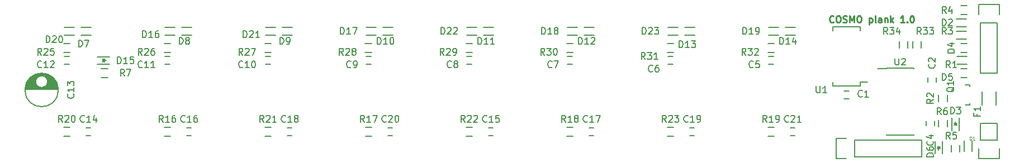
<source format=gto>
G04 #@! TF.FileFunction,Legend,Top*
%FSLAX46Y46*%
G04 Gerber Fmt 4.6, Leading zero omitted, Abs format (unit mm)*
G04 Created by KiCad (PCBNEW 4.0.4-1.fc25-product) date Mon Oct 24 00:38:01 2016*
%MOMM*%
%LPD*%
G01*
G04 APERTURE LIST*
%ADD10C,0.100000*%
%ADD11C,0.250000*%
%ADD12C,0.150000*%
%ADD13C,0.125000*%
G04 APERTURE END LIST*
D10*
D11*
X141558095Y-67159143D02*
X141510476Y-67206762D01*
X141367619Y-67254381D01*
X141272381Y-67254381D01*
X141129523Y-67206762D01*
X141034285Y-67111524D01*
X140986666Y-67016286D01*
X140939047Y-66825810D01*
X140939047Y-66682952D01*
X140986666Y-66492476D01*
X141034285Y-66397238D01*
X141129523Y-66302000D01*
X141272381Y-66254381D01*
X141367619Y-66254381D01*
X141510476Y-66302000D01*
X141558095Y-66349619D01*
X142177142Y-66254381D02*
X142367619Y-66254381D01*
X142462857Y-66302000D01*
X142558095Y-66397238D01*
X142605714Y-66587714D01*
X142605714Y-66921048D01*
X142558095Y-67111524D01*
X142462857Y-67206762D01*
X142367619Y-67254381D01*
X142177142Y-67254381D01*
X142081904Y-67206762D01*
X141986666Y-67111524D01*
X141939047Y-66921048D01*
X141939047Y-66587714D01*
X141986666Y-66397238D01*
X142081904Y-66302000D01*
X142177142Y-66254381D01*
X142986666Y-67206762D02*
X143129523Y-67254381D01*
X143367619Y-67254381D01*
X143462857Y-67206762D01*
X143510476Y-67159143D01*
X143558095Y-67063905D01*
X143558095Y-66968667D01*
X143510476Y-66873429D01*
X143462857Y-66825810D01*
X143367619Y-66778190D01*
X143177142Y-66730571D01*
X143081904Y-66682952D01*
X143034285Y-66635333D01*
X142986666Y-66540095D01*
X142986666Y-66444857D01*
X143034285Y-66349619D01*
X143081904Y-66302000D01*
X143177142Y-66254381D01*
X143415238Y-66254381D01*
X143558095Y-66302000D01*
X143986666Y-67254381D02*
X143986666Y-66254381D01*
X144320000Y-66968667D01*
X144653333Y-66254381D01*
X144653333Y-67254381D01*
X145319999Y-66254381D02*
X145510476Y-66254381D01*
X145605714Y-66302000D01*
X145700952Y-66397238D01*
X145748571Y-66587714D01*
X145748571Y-66921048D01*
X145700952Y-67111524D01*
X145605714Y-67206762D01*
X145510476Y-67254381D01*
X145319999Y-67254381D01*
X145224761Y-67206762D01*
X145129523Y-67111524D01*
X145081904Y-66921048D01*
X145081904Y-66587714D01*
X145129523Y-66397238D01*
X145224761Y-66302000D01*
X145319999Y-66254381D01*
X146939047Y-66587714D02*
X146939047Y-67587714D01*
X146939047Y-66635333D02*
X147034285Y-66587714D01*
X147224762Y-66587714D01*
X147320000Y-66635333D01*
X147367619Y-66682952D01*
X147415238Y-66778190D01*
X147415238Y-67063905D01*
X147367619Y-67159143D01*
X147320000Y-67206762D01*
X147224762Y-67254381D01*
X147034285Y-67254381D01*
X146939047Y-67206762D01*
X147986666Y-67254381D02*
X147891428Y-67206762D01*
X147843809Y-67111524D01*
X147843809Y-66254381D01*
X148796191Y-67254381D02*
X148796191Y-66730571D01*
X148748572Y-66635333D01*
X148653334Y-66587714D01*
X148462857Y-66587714D01*
X148367619Y-66635333D01*
X148796191Y-67206762D02*
X148700953Y-67254381D01*
X148462857Y-67254381D01*
X148367619Y-67206762D01*
X148320000Y-67111524D01*
X148320000Y-67016286D01*
X148367619Y-66921048D01*
X148462857Y-66873429D01*
X148700953Y-66873429D01*
X148796191Y-66825810D01*
X149272381Y-66587714D02*
X149272381Y-67254381D01*
X149272381Y-66682952D02*
X149320000Y-66635333D01*
X149415238Y-66587714D01*
X149558096Y-66587714D01*
X149653334Y-66635333D01*
X149700953Y-66730571D01*
X149700953Y-67254381D01*
X150177143Y-67254381D02*
X150177143Y-66254381D01*
X150272381Y-66873429D02*
X150558096Y-67254381D01*
X150558096Y-66587714D02*
X150177143Y-66968667D01*
X152272382Y-67254381D02*
X151700953Y-67254381D01*
X151986667Y-67254381D02*
X151986667Y-66254381D01*
X151891429Y-66397238D01*
X151796191Y-66492476D01*
X151700953Y-66540095D01*
X152700953Y-67159143D02*
X152748572Y-67206762D01*
X152700953Y-67254381D01*
X152653334Y-67206762D01*
X152700953Y-67159143D01*
X152700953Y-67254381D01*
X153367619Y-66254381D02*
X153462858Y-66254381D01*
X153558096Y-66302000D01*
X153605715Y-66349619D01*
X153653334Y-66444857D01*
X153700953Y-66635333D01*
X153700953Y-66873429D01*
X153653334Y-67063905D01*
X153605715Y-67159143D01*
X153558096Y-67206762D01*
X153462858Y-67254381D01*
X153367619Y-67254381D01*
X153272381Y-67206762D01*
X153224762Y-67159143D01*
X153177143Y-67063905D01*
X153129524Y-66873429D01*
X153129524Y-66635333D01*
X153177143Y-66444857D01*
X153224762Y-66349619D01*
X153272381Y-66302000D01*
X153367619Y-66254381D01*
D12*
X116340000Y-70445000D02*
X117340000Y-70445000D01*
X117340000Y-71795000D02*
X116340000Y-71795000D01*
X89300000Y-83220000D02*
X90000000Y-83220000D01*
X90000000Y-84420000D02*
X89300000Y-84420000D01*
X85860000Y-83145000D02*
X86860000Y-83145000D01*
X86860000Y-84495000D02*
X85860000Y-84495000D01*
X104540000Y-83220000D02*
X105240000Y-83220000D01*
X105240000Y-84420000D02*
X104540000Y-84420000D01*
X101100000Y-83145000D02*
X102100000Y-83145000D01*
X102100000Y-84495000D02*
X101100000Y-84495000D01*
X143160000Y-77632000D02*
X143860000Y-77632000D01*
X143860000Y-78832000D02*
X143160000Y-78832000D01*
X157064000Y-75596000D02*
X157064000Y-76296000D01*
X155864000Y-76296000D02*
X155864000Y-75596000D01*
X156810000Y-82212000D02*
X156810000Y-82912000D01*
X155610000Y-82912000D02*
X155610000Y-82212000D01*
X131730000Y-72425000D02*
X132430000Y-72425000D01*
X132430000Y-73625000D02*
X131730000Y-73625000D01*
X116490000Y-72425000D02*
X117190000Y-72425000D01*
X117190000Y-73625000D02*
X116490000Y-73625000D01*
X101250000Y-72425000D02*
X101950000Y-72425000D01*
X101950000Y-73625000D02*
X101250000Y-73625000D01*
X86010000Y-72425000D02*
X86710000Y-72425000D01*
X86710000Y-73625000D02*
X86010000Y-73625000D01*
X70770000Y-72425000D02*
X71470000Y-72425000D01*
X71470000Y-73625000D02*
X70770000Y-73625000D01*
X55530000Y-72425000D02*
X56230000Y-72425000D01*
X56230000Y-73625000D02*
X55530000Y-73625000D01*
X40290000Y-72425000D02*
X40990000Y-72425000D01*
X40990000Y-73625000D02*
X40290000Y-73625000D01*
X25050000Y-72425000D02*
X25750000Y-72425000D01*
X25750000Y-73625000D02*
X25050000Y-73625000D01*
X19091000Y-77415000D02*
X24089000Y-77415000D01*
X19099000Y-77275000D02*
X24081000Y-77275000D01*
X19115000Y-77135000D02*
X21495000Y-77135000D01*
X21685000Y-77135000D02*
X24065000Y-77135000D01*
X19139000Y-76995000D02*
X21100000Y-76995000D01*
X22080000Y-76995000D02*
X24041000Y-76995000D01*
X19172000Y-76855000D02*
X20933000Y-76855000D01*
X22247000Y-76855000D02*
X24008000Y-76855000D01*
X19213000Y-76715000D02*
X20826000Y-76715000D01*
X22354000Y-76715000D02*
X23967000Y-76715000D01*
X19263000Y-76575000D02*
X20755000Y-76575000D01*
X22425000Y-76575000D02*
X23917000Y-76575000D01*
X19324000Y-76435000D02*
X20711000Y-76435000D01*
X22469000Y-76435000D02*
X23856000Y-76435000D01*
X19394000Y-76295000D02*
X20692000Y-76295000D01*
X22488000Y-76295000D02*
X23786000Y-76295000D01*
X19476000Y-76155000D02*
X20694000Y-76155000D01*
X22486000Y-76155000D02*
X23704000Y-76155000D01*
X19571000Y-76015000D02*
X20719000Y-76015000D01*
X22461000Y-76015000D02*
X23609000Y-76015000D01*
X19682000Y-75875000D02*
X20767000Y-75875000D01*
X22413000Y-75875000D02*
X23498000Y-75875000D01*
X19810000Y-75735000D02*
X20845000Y-75735000D01*
X22335000Y-75735000D02*
X23370000Y-75735000D01*
X19959000Y-75595000D02*
X20962000Y-75595000D01*
X22218000Y-75595000D02*
X23221000Y-75595000D01*
X20138000Y-75455000D02*
X21150000Y-75455000D01*
X22030000Y-75455000D02*
X23042000Y-75455000D01*
X20357000Y-75315000D02*
X22823000Y-75315000D01*
X20646000Y-75175000D02*
X22534000Y-75175000D01*
X21118000Y-75035000D02*
X22062000Y-75035000D01*
X22490000Y-76240000D02*
G75*
G03X22490000Y-76240000I-900000J0D01*
G01*
X24127500Y-77490000D02*
G75*
G03X24127500Y-77490000I-2537500J0D01*
G01*
X28340000Y-83220000D02*
X29040000Y-83220000D01*
X29040000Y-84420000D02*
X28340000Y-84420000D01*
X43580000Y-83220000D02*
X44280000Y-83220000D01*
X44280000Y-84420000D02*
X43580000Y-84420000D01*
X58820000Y-83220000D02*
X59520000Y-83220000D01*
X59520000Y-84420000D02*
X58820000Y-84420000D01*
X119780000Y-83220000D02*
X120480000Y-83220000D01*
X120480000Y-84420000D02*
X119780000Y-84420000D01*
X74060000Y-83220000D02*
X74760000Y-83220000D01*
X74760000Y-84420000D02*
X74060000Y-84420000D01*
X135020000Y-83220000D02*
X135720000Y-83220000D01*
X135720000Y-84420000D02*
X135020000Y-84420000D01*
X162525000Y-86760000D02*
X162525000Y-85210000D01*
X161325000Y-86760000D02*
X161325000Y-85210000D01*
X161690000Y-66710000D02*
X160140000Y-66710000D01*
X161690000Y-67910000D02*
X160140000Y-67910000D01*
X160570000Y-83650000D02*
X160570000Y-81750000D01*
X159470000Y-83650000D02*
X159470000Y-81750000D01*
X160020000Y-82750000D02*
X160020000Y-82300000D01*
X159770000Y-82800000D02*
X160270000Y-82800000D01*
X160020000Y-82800000D02*
X159770000Y-82550000D01*
X159770000Y-82550000D02*
X160270000Y-82550000D01*
X160270000Y-82550000D02*
X160020000Y-82800000D01*
X161690000Y-68615000D02*
X160140000Y-68615000D01*
X161690000Y-69815000D02*
X160140000Y-69815000D01*
X161755000Y-72425000D02*
X160205000Y-72425000D01*
X161755000Y-73625000D02*
X160205000Y-73625000D01*
X156930000Y-85260000D02*
X156930000Y-87160000D01*
X158030000Y-85260000D02*
X158030000Y-87160000D01*
X157480000Y-86160000D02*
X157480000Y-86610000D01*
X157730000Y-86110000D02*
X157230000Y-86110000D01*
X157480000Y-86110000D02*
X157730000Y-86360000D01*
X157730000Y-86360000D02*
X157230000Y-86360000D01*
X157230000Y-86360000D02*
X157480000Y-86110000D01*
X27540000Y-69180000D02*
X29090000Y-69180000D01*
X27540000Y-67980000D02*
X29090000Y-67980000D01*
X42780000Y-69180000D02*
X44330000Y-69180000D01*
X42780000Y-67980000D02*
X44330000Y-67980000D01*
X58020000Y-69180000D02*
X59570000Y-69180000D01*
X58020000Y-67980000D02*
X59570000Y-67980000D01*
X73260000Y-69180000D02*
X74810000Y-69180000D01*
X73260000Y-67980000D02*
X74810000Y-67980000D01*
X88500000Y-69180000D02*
X90050000Y-69180000D01*
X88500000Y-67980000D02*
X90050000Y-67980000D01*
X103740000Y-69180000D02*
X105290000Y-69180000D01*
X103740000Y-67980000D02*
X105290000Y-67980000D01*
X118980000Y-69180000D02*
X120530000Y-69180000D01*
X118980000Y-67980000D02*
X120530000Y-67980000D01*
X134220000Y-69180000D02*
X135770000Y-69180000D01*
X134220000Y-67980000D02*
X135770000Y-67980000D01*
X30015000Y-73575000D02*
X31915000Y-73575000D01*
X30015000Y-72475000D02*
X31915000Y-72475000D01*
X30915000Y-73025000D02*
X31365000Y-73025000D01*
X30865000Y-72775000D02*
X30865000Y-73275000D01*
X30865000Y-73025000D02*
X31115000Y-72775000D01*
X31115000Y-72775000D02*
X31115000Y-73275000D01*
X31115000Y-73275000D02*
X30865000Y-73025000D01*
X40240000Y-69180000D02*
X41790000Y-69180000D01*
X40240000Y-67980000D02*
X41790000Y-67980000D01*
X70720000Y-69180000D02*
X72270000Y-69180000D01*
X70720000Y-67980000D02*
X72270000Y-67980000D01*
X101200000Y-69180000D02*
X102750000Y-69180000D01*
X101200000Y-67980000D02*
X102750000Y-67980000D01*
X131680000Y-69180000D02*
X133230000Y-69180000D01*
X131680000Y-67980000D02*
X133230000Y-67980000D01*
X25000000Y-69180000D02*
X26550000Y-69180000D01*
X25000000Y-67980000D02*
X26550000Y-67980000D01*
X55480000Y-69180000D02*
X57030000Y-69180000D01*
X55480000Y-67980000D02*
X57030000Y-67980000D01*
X85960000Y-69180000D02*
X87510000Y-69180000D01*
X85960000Y-67980000D02*
X87510000Y-67980000D01*
X116440000Y-69180000D02*
X117990000Y-69180000D01*
X116440000Y-67980000D02*
X117990000Y-67980000D01*
X163830000Y-85090000D02*
X163830000Y-82550000D01*
X163550000Y-87910000D02*
X163550000Y-86360000D01*
X163830000Y-85090000D02*
X166370000Y-85090000D01*
X166650000Y-86360000D02*
X166650000Y-87910000D01*
X166650000Y-87910000D02*
X163550000Y-87910000D01*
X166370000Y-85090000D02*
X166370000Y-82550000D01*
X166370000Y-82550000D02*
X163830000Y-82550000D01*
X163830000Y-67310000D02*
X163830000Y-74930000D01*
X166370000Y-67310000D02*
X166370000Y-74930000D01*
X166650000Y-64490000D02*
X166650000Y-66040000D01*
X163830000Y-74930000D02*
X166370000Y-74930000D01*
X166370000Y-67310000D02*
X163830000Y-67310000D01*
X163550000Y-66040000D02*
X163550000Y-64490000D01*
X163550000Y-64490000D02*
X166650000Y-64490000D01*
X162194240Y-79531160D02*
X162194240Y-79482900D01*
X161493200Y-76732180D02*
X162194240Y-76732180D01*
X162194240Y-76732180D02*
X162194240Y-76981100D01*
X162194240Y-79531160D02*
X162194240Y-79731820D01*
X162194240Y-79731820D02*
X161493200Y-79731820D01*
X161790000Y-75605000D02*
X160790000Y-75605000D01*
X160790000Y-74255000D02*
X161790000Y-74255000D01*
X158790000Y-78240000D02*
X158790000Y-79240000D01*
X157440000Y-79240000D02*
X157440000Y-78240000D01*
X161790000Y-71795000D02*
X160790000Y-71795000D01*
X160790000Y-70445000D02*
X161790000Y-70445000D01*
X161790000Y-66080000D02*
X160790000Y-66080000D01*
X160790000Y-64730000D02*
X161790000Y-64730000D01*
X160695000Y-85860000D02*
X160695000Y-86860000D01*
X159345000Y-86860000D02*
X159345000Y-85860000D01*
X157440000Y-83050000D02*
X157440000Y-82050000D01*
X158790000Y-82050000D02*
X158790000Y-83050000D01*
X31615000Y-75605000D02*
X30615000Y-75605000D01*
X30615000Y-74255000D02*
X31615000Y-74255000D01*
X40140000Y-83145000D02*
X41140000Y-83145000D01*
X41140000Y-84495000D02*
X40140000Y-84495000D01*
X70620000Y-83145000D02*
X71620000Y-83145000D01*
X71620000Y-84495000D02*
X70620000Y-84495000D01*
X131580000Y-83145000D02*
X132580000Y-83145000D01*
X132580000Y-84495000D02*
X131580000Y-84495000D01*
X24900000Y-83145000D02*
X25900000Y-83145000D01*
X25900000Y-84495000D02*
X24900000Y-84495000D01*
X55380000Y-83145000D02*
X56380000Y-83145000D01*
X56380000Y-84495000D02*
X55380000Y-84495000D01*
X116340000Y-83145000D02*
X117340000Y-83145000D01*
X117340000Y-84495000D02*
X116340000Y-84495000D01*
X145585000Y-76865000D02*
X145585000Y-76307500D01*
X141435000Y-76865000D02*
X141435000Y-76307500D01*
X141435000Y-67915000D02*
X141435000Y-68472500D01*
X145585000Y-67915000D02*
X145585000Y-68472500D01*
X145585000Y-76865000D02*
X141435000Y-76865000D01*
X145585000Y-67915000D02*
X141435000Y-67915000D01*
X145585000Y-76307500D02*
X146710000Y-76307500D01*
X24900000Y-70445000D02*
X25900000Y-70445000D01*
X25900000Y-71795000D02*
X24900000Y-71795000D01*
X40140000Y-70445000D02*
X41140000Y-70445000D01*
X41140000Y-71795000D02*
X40140000Y-71795000D01*
X55380000Y-70445000D02*
X56380000Y-70445000D01*
X56380000Y-71795000D02*
X55380000Y-71795000D01*
X70595000Y-70445000D02*
X71595000Y-70445000D01*
X71595000Y-71795000D02*
X70595000Y-71795000D01*
X85860000Y-70445000D02*
X86860000Y-70445000D01*
X86860000Y-71795000D02*
X85860000Y-71795000D01*
X101100000Y-70445000D02*
X102100000Y-70445000D01*
X102100000Y-71795000D02*
X101100000Y-71795000D01*
X131580000Y-70445000D02*
X132580000Y-70445000D01*
X132580000Y-71795000D02*
X131580000Y-71795000D01*
X143510000Y-87910000D02*
X141960000Y-87910000D01*
X141960000Y-87910000D02*
X141960000Y-84810000D01*
X141960000Y-84810000D02*
X143510000Y-84810000D01*
X144780000Y-85090000D02*
X154940000Y-85090000D01*
X154940000Y-85090000D02*
X154940000Y-87630000D01*
X154940000Y-87630000D02*
X144780000Y-87630000D01*
X144780000Y-85090000D02*
X144780000Y-87630000D01*
X154853000Y-70112000D02*
X154853000Y-71112000D01*
X153503000Y-71112000D02*
X153503000Y-70112000D01*
X152821000Y-70112000D02*
X152821000Y-71112000D01*
X151471000Y-71112000D02*
X151471000Y-70112000D01*
X149563000Y-74173000D02*
X149563000Y-74278000D01*
X153713000Y-74173000D02*
X153713000Y-74278000D01*
X153713000Y-84323000D02*
X153713000Y-84218000D01*
X149563000Y-84323000D02*
X149563000Y-84218000D01*
X149563000Y-74173000D02*
X153713000Y-74173000D01*
X149563000Y-84323000D02*
X153713000Y-84323000D01*
X149563000Y-74278000D02*
X148188000Y-74278000D01*
X164075000Y-77740000D02*
X164075000Y-79740000D01*
X166125000Y-79740000D02*
X166125000Y-77740000D01*
X113022143Y-72842381D02*
X112688809Y-72366190D01*
X112450714Y-72842381D02*
X112450714Y-71842381D01*
X112831667Y-71842381D01*
X112926905Y-71890000D01*
X112974524Y-71937619D01*
X113022143Y-72032857D01*
X113022143Y-72175714D01*
X112974524Y-72270952D01*
X112926905Y-72318571D01*
X112831667Y-72366190D01*
X112450714Y-72366190D01*
X113355476Y-71842381D02*
X113974524Y-71842381D01*
X113641190Y-72223333D01*
X113784048Y-72223333D01*
X113879286Y-72270952D01*
X113926905Y-72318571D01*
X113974524Y-72413810D01*
X113974524Y-72651905D01*
X113926905Y-72747143D01*
X113879286Y-72794762D01*
X113784048Y-72842381D01*
X113498333Y-72842381D01*
X113403095Y-72794762D01*
X113355476Y-72747143D01*
X114926905Y-72842381D02*
X114355476Y-72842381D01*
X114641190Y-72842381D02*
X114641190Y-71842381D01*
X114545952Y-71985238D01*
X114450714Y-72080476D01*
X114355476Y-72128095D01*
X89007143Y-82277143D02*
X88959524Y-82324762D01*
X88816667Y-82372381D01*
X88721429Y-82372381D01*
X88578571Y-82324762D01*
X88483333Y-82229524D01*
X88435714Y-82134286D01*
X88388095Y-81943810D01*
X88388095Y-81800952D01*
X88435714Y-81610476D01*
X88483333Y-81515238D01*
X88578571Y-81420000D01*
X88721429Y-81372381D01*
X88816667Y-81372381D01*
X88959524Y-81420000D01*
X89007143Y-81467619D01*
X89959524Y-82372381D02*
X89388095Y-82372381D01*
X89673809Y-82372381D02*
X89673809Y-81372381D01*
X89578571Y-81515238D01*
X89483333Y-81610476D01*
X89388095Y-81658095D01*
X90864286Y-81372381D02*
X90388095Y-81372381D01*
X90340476Y-81848571D01*
X90388095Y-81800952D01*
X90483333Y-81753333D01*
X90721429Y-81753333D01*
X90816667Y-81800952D01*
X90864286Y-81848571D01*
X90911905Y-81943810D01*
X90911905Y-82181905D01*
X90864286Y-82277143D01*
X90816667Y-82324762D01*
X90721429Y-82372381D01*
X90483333Y-82372381D01*
X90388095Y-82324762D01*
X90340476Y-82277143D01*
X85717143Y-82367381D02*
X85383809Y-81891190D01*
X85145714Y-82367381D02*
X85145714Y-81367381D01*
X85526667Y-81367381D01*
X85621905Y-81415000D01*
X85669524Y-81462619D01*
X85717143Y-81557857D01*
X85717143Y-81700714D01*
X85669524Y-81795952D01*
X85621905Y-81843571D01*
X85526667Y-81891190D01*
X85145714Y-81891190D01*
X86098095Y-81462619D02*
X86145714Y-81415000D01*
X86240952Y-81367381D01*
X86479048Y-81367381D01*
X86574286Y-81415000D01*
X86621905Y-81462619D01*
X86669524Y-81557857D01*
X86669524Y-81653095D01*
X86621905Y-81795952D01*
X86050476Y-82367381D01*
X86669524Y-82367381D01*
X87050476Y-81462619D02*
X87098095Y-81415000D01*
X87193333Y-81367381D01*
X87431429Y-81367381D01*
X87526667Y-81415000D01*
X87574286Y-81462619D01*
X87621905Y-81557857D01*
X87621905Y-81653095D01*
X87574286Y-81795952D01*
X87002857Y-82367381D01*
X87621905Y-82367381D01*
X104247143Y-82277143D02*
X104199524Y-82324762D01*
X104056667Y-82372381D01*
X103961429Y-82372381D01*
X103818571Y-82324762D01*
X103723333Y-82229524D01*
X103675714Y-82134286D01*
X103628095Y-81943810D01*
X103628095Y-81800952D01*
X103675714Y-81610476D01*
X103723333Y-81515238D01*
X103818571Y-81420000D01*
X103961429Y-81372381D01*
X104056667Y-81372381D01*
X104199524Y-81420000D01*
X104247143Y-81467619D01*
X105199524Y-82372381D02*
X104628095Y-82372381D01*
X104913809Y-82372381D02*
X104913809Y-81372381D01*
X104818571Y-81515238D01*
X104723333Y-81610476D01*
X104628095Y-81658095D01*
X105532857Y-81372381D02*
X106199524Y-81372381D01*
X105770952Y-82372381D01*
X100957143Y-82367381D02*
X100623809Y-81891190D01*
X100385714Y-82367381D02*
X100385714Y-81367381D01*
X100766667Y-81367381D01*
X100861905Y-81415000D01*
X100909524Y-81462619D01*
X100957143Y-81557857D01*
X100957143Y-81700714D01*
X100909524Y-81795952D01*
X100861905Y-81843571D01*
X100766667Y-81891190D01*
X100385714Y-81891190D01*
X101909524Y-82367381D02*
X101338095Y-82367381D01*
X101623809Y-82367381D02*
X101623809Y-81367381D01*
X101528571Y-81510238D01*
X101433333Y-81605476D01*
X101338095Y-81653095D01*
X102480952Y-81795952D02*
X102385714Y-81748333D01*
X102338095Y-81700714D01*
X102290476Y-81605476D01*
X102290476Y-81557857D01*
X102338095Y-81462619D01*
X102385714Y-81415000D01*
X102480952Y-81367381D01*
X102671429Y-81367381D01*
X102766667Y-81415000D01*
X102814286Y-81462619D01*
X102861905Y-81557857D01*
X102861905Y-81605476D01*
X102814286Y-81700714D01*
X102766667Y-81748333D01*
X102671429Y-81795952D01*
X102480952Y-81795952D01*
X102385714Y-81843571D01*
X102338095Y-81891190D01*
X102290476Y-81986429D01*
X102290476Y-82176905D01*
X102338095Y-82272143D01*
X102385714Y-82319762D01*
X102480952Y-82367381D01*
X102671429Y-82367381D01*
X102766667Y-82319762D01*
X102814286Y-82272143D01*
X102861905Y-82176905D01*
X102861905Y-81986429D01*
X102814286Y-81891190D01*
X102766667Y-81843571D01*
X102671429Y-81795952D01*
X145883334Y-78462143D02*
X145835715Y-78509762D01*
X145692858Y-78557381D01*
X145597620Y-78557381D01*
X145454762Y-78509762D01*
X145359524Y-78414524D01*
X145311905Y-78319286D01*
X145264286Y-78128810D01*
X145264286Y-77985952D01*
X145311905Y-77795476D01*
X145359524Y-77700238D01*
X145454762Y-77605000D01*
X145597620Y-77557381D01*
X145692858Y-77557381D01*
X145835715Y-77605000D01*
X145883334Y-77652619D01*
X146835715Y-78557381D02*
X146264286Y-78557381D01*
X146550000Y-78557381D02*
X146550000Y-77557381D01*
X146454762Y-77700238D01*
X146359524Y-77795476D01*
X146264286Y-77843095D01*
X156821143Y-73572666D02*
X156868762Y-73620285D01*
X156916381Y-73763142D01*
X156916381Y-73858380D01*
X156868762Y-74001238D01*
X156773524Y-74096476D01*
X156678286Y-74144095D01*
X156487810Y-74191714D01*
X156344952Y-74191714D01*
X156154476Y-74144095D01*
X156059238Y-74096476D01*
X155964000Y-74001238D01*
X155916381Y-73858380D01*
X155916381Y-73763142D01*
X155964000Y-73620285D01*
X156011619Y-73572666D01*
X156011619Y-73191714D02*
X155964000Y-73144095D01*
X155916381Y-73048857D01*
X155916381Y-72810761D01*
X155964000Y-72715523D01*
X156011619Y-72667904D01*
X156106857Y-72620285D01*
X156202095Y-72620285D01*
X156344952Y-72667904D01*
X156916381Y-73239333D01*
X156916381Y-72620285D01*
X156567143Y-85256666D02*
X156614762Y-85304285D01*
X156662381Y-85447142D01*
X156662381Y-85542380D01*
X156614762Y-85685238D01*
X156519524Y-85780476D01*
X156424286Y-85828095D01*
X156233810Y-85875714D01*
X156090952Y-85875714D01*
X155900476Y-85828095D01*
X155805238Y-85780476D01*
X155710000Y-85685238D01*
X155662381Y-85542380D01*
X155662381Y-85447142D01*
X155710000Y-85304285D01*
X155757619Y-85256666D01*
X155995714Y-84399523D02*
X156662381Y-84399523D01*
X155614762Y-84637619D02*
X156329048Y-84875714D01*
X156329048Y-84256666D01*
X129373334Y-74017143D02*
X129325715Y-74064762D01*
X129182858Y-74112381D01*
X129087620Y-74112381D01*
X128944762Y-74064762D01*
X128849524Y-73969524D01*
X128801905Y-73874286D01*
X128754286Y-73683810D01*
X128754286Y-73540952D01*
X128801905Y-73350476D01*
X128849524Y-73255238D01*
X128944762Y-73160000D01*
X129087620Y-73112381D01*
X129182858Y-73112381D01*
X129325715Y-73160000D01*
X129373334Y-73207619D01*
X130278096Y-73112381D02*
X129801905Y-73112381D01*
X129754286Y-73588571D01*
X129801905Y-73540952D01*
X129897143Y-73493333D01*
X130135239Y-73493333D01*
X130230477Y-73540952D01*
X130278096Y-73588571D01*
X130325715Y-73683810D01*
X130325715Y-73921905D01*
X130278096Y-74017143D01*
X130230477Y-74064762D01*
X130135239Y-74112381D01*
X129897143Y-74112381D01*
X129801905Y-74064762D01*
X129754286Y-74017143D01*
X114133334Y-74652143D02*
X114085715Y-74699762D01*
X113942858Y-74747381D01*
X113847620Y-74747381D01*
X113704762Y-74699762D01*
X113609524Y-74604524D01*
X113561905Y-74509286D01*
X113514286Y-74318810D01*
X113514286Y-74175952D01*
X113561905Y-73985476D01*
X113609524Y-73890238D01*
X113704762Y-73795000D01*
X113847620Y-73747381D01*
X113942858Y-73747381D01*
X114085715Y-73795000D01*
X114133334Y-73842619D01*
X114990477Y-73747381D02*
X114800000Y-73747381D01*
X114704762Y-73795000D01*
X114657143Y-73842619D01*
X114561905Y-73985476D01*
X114514286Y-74175952D01*
X114514286Y-74556905D01*
X114561905Y-74652143D01*
X114609524Y-74699762D01*
X114704762Y-74747381D01*
X114895239Y-74747381D01*
X114990477Y-74699762D01*
X115038096Y-74652143D01*
X115085715Y-74556905D01*
X115085715Y-74318810D01*
X115038096Y-74223571D01*
X114990477Y-74175952D01*
X114895239Y-74128333D01*
X114704762Y-74128333D01*
X114609524Y-74175952D01*
X114561905Y-74223571D01*
X114514286Y-74318810D01*
X98893334Y-74017143D02*
X98845715Y-74064762D01*
X98702858Y-74112381D01*
X98607620Y-74112381D01*
X98464762Y-74064762D01*
X98369524Y-73969524D01*
X98321905Y-73874286D01*
X98274286Y-73683810D01*
X98274286Y-73540952D01*
X98321905Y-73350476D01*
X98369524Y-73255238D01*
X98464762Y-73160000D01*
X98607620Y-73112381D01*
X98702858Y-73112381D01*
X98845715Y-73160000D01*
X98893334Y-73207619D01*
X99226667Y-73112381D02*
X99893334Y-73112381D01*
X99464762Y-74112381D01*
X83653334Y-74017143D02*
X83605715Y-74064762D01*
X83462858Y-74112381D01*
X83367620Y-74112381D01*
X83224762Y-74064762D01*
X83129524Y-73969524D01*
X83081905Y-73874286D01*
X83034286Y-73683810D01*
X83034286Y-73540952D01*
X83081905Y-73350476D01*
X83129524Y-73255238D01*
X83224762Y-73160000D01*
X83367620Y-73112381D01*
X83462858Y-73112381D01*
X83605715Y-73160000D01*
X83653334Y-73207619D01*
X84224762Y-73540952D02*
X84129524Y-73493333D01*
X84081905Y-73445714D01*
X84034286Y-73350476D01*
X84034286Y-73302857D01*
X84081905Y-73207619D01*
X84129524Y-73160000D01*
X84224762Y-73112381D01*
X84415239Y-73112381D01*
X84510477Y-73160000D01*
X84558096Y-73207619D01*
X84605715Y-73302857D01*
X84605715Y-73350476D01*
X84558096Y-73445714D01*
X84510477Y-73493333D01*
X84415239Y-73540952D01*
X84224762Y-73540952D01*
X84129524Y-73588571D01*
X84081905Y-73636190D01*
X84034286Y-73731429D01*
X84034286Y-73921905D01*
X84081905Y-74017143D01*
X84129524Y-74064762D01*
X84224762Y-74112381D01*
X84415239Y-74112381D01*
X84510477Y-74064762D01*
X84558096Y-74017143D01*
X84605715Y-73921905D01*
X84605715Y-73731429D01*
X84558096Y-73636190D01*
X84510477Y-73588571D01*
X84415239Y-73540952D01*
X68413334Y-74017143D02*
X68365715Y-74064762D01*
X68222858Y-74112381D01*
X68127620Y-74112381D01*
X67984762Y-74064762D01*
X67889524Y-73969524D01*
X67841905Y-73874286D01*
X67794286Y-73683810D01*
X67794286Y-73540952D01*
X67841905Y-73350476D01*
X67889524Y-73255238D01*
X67984762Y-73160000D01*
X68127620Y-73112381D01*
X68222858Y-73112381D01*
X68365715Y-73160000D01*
X68413334Y-73207619D01*
X68889524Y-74112381D02*
X69080000Y-74112381D01*
X69175239Y-74064762D01*
X69222858Y-74017143D01*
X69318096Y-73874286D01*
X69365715Y-73683810D01*
X69365715Y-73302857D01*
X69318096Y-73207619D01*
X69270477Y-73160000D01*
X69175239Y-73112381D01*
X68984762Y-73112381D01*
X68889524Y-73160000D01*
X68841905Y-73207619D01*
X68794286Y-73302857D01*
X68794286Y-73540952D01*
X68841905Y-73636190D01*
X68889524Y-73683810D01*
X68984762Y-73731429D01*
X69175239Y-73731429D01*
X69270477Y-73683810D01*
X69318096Y-73636190D01*
X69365715Y-73540952D01*
X52062143Y-74017143D02*
X52014524Y-74064762D01*
X51871667Y-74112381D01*
X51776429Y-74112381D01*
X51633571Y-74064762D01*
X51538333Y-73969524D01*
X51490714Y-73874286D01*
X51443095Y-73683810D01*
X51443095Y-73540952D01*
X51490714Y-73350476D01*
X51538333Y-73255238D01*
X51633571Y-73160000D01*
X51776429Y-73112381D01*
X51871667Y-73112381D01*
X52014524Y-73160000D01*
X52062143Y-73207619D01*
X53014524Y-74112381D02*
X52443095Y-74112381D01*
X52728809Y-74112381D02*
X52728809Y-73112381D01*
X52633571Y-73255238D01*
X52538333Y-73350476D01*
X52443095Y-73398095D01*
X53633571Y-73112381D02*
X53728810Y-73112381D01*
X53824048Y-73160000D01*
X53871667Y-73207619D01*
X53919286Y-73302857D01*
X53966905Y-73493333D01*
X53966905Y-73731429D01*
X53919286Y-73921905D01*
X53871667Y-74017143D01*
X53824048Y-74064762D01*
X53728810Y-74112381D01*
X53633571Y-74112381D01*
X53538333Y-74064762D01*
X53490714Y-74017143D01*
X53443095Y-73921905D01*
X53395476Y-73731429D01*
X53395476Y-73493333D01*
X53443095Y-73302857D01*
X53490714Y-73207619D01*
X53538333Y-73160000D01*
X53633571Y-73112381D01*
X36822143Y-74017143D02*
X36774524Y-74064762D01*
X36631667Y-74112381D01*
X36536429Y-74112381D01*
X36393571Y-74064762D01*
X36298333Y-73969524D01*
X36250714Y-73874286D01*
X36203095Y-73683810D01*
X36203095Y-73540952D01*
X36250714Y-73350476D01*
X36298333Y-73255238D01*
X36393571Y-73160000D01*
X36536429Y-73112381D01*
X36631667Y-73112381D01*
X36774524Y-73160000D01*
X36822143Y-73207619D01*
X37774524Y-74112381D02*
X37203095Y-74112381D01*
X37488809Y-74112381D02*
X37488809Y-73112381D01*
X37393571Y-73255238D01*
X37298333Y-73350476D01*
X37203095Y-73398095D01*
X38726905Y-74112381D02*
X38155476Y-74112381D01*
X38441190Y-74112381D02*
X38441190Y-73112381D01*
X38345952Y-73255238D01*
X38250714Y-73350476D01*
X38155476Y-73398095D01*
X21582143Y-74017143D02*
X21534524Y-74064762D01*
X21391667Y-74112381D01*
X21296429Y-74112381D01*
X21153571Y-74064762D01*
X21058333Y-73969524D01*
X21010714Y-73874286D01*
X20963095Y-73683810D01*
X20963095Y-73540952D01*
X21010714Y-73350476D01*
X21058333Y-73255238D01*
X21153571Y-73160000D01*
X21296429Y-73112381D01*
X21391667Y-73112381D01*
X21534524Y-73160000D01*
X21582143Y-73207619D01*
X22534524Y-74112381D02*
X21963095Y-74112381D01*
X22248809Y-74112381D02*
X22248809Y-73112381D01*
X22153571Y-73255238D01*
X22058333Y-73350476D01*
X21963095Y-73398095D01*
X22915476Y-73207619D02*
X22963095Y-73160000D01*
X23058333Y-73112381D01*
X23296429Y-73112381D01*
X23391667Y-73160000D01*
X23439286Y-73207619D01*
X23486905Y-73302857D01*
X23486905Y-73398095D01*
X23439286Y-73540952D01*
X22867857Y-74112381D01*
X23486905Y-74112381D01*
X26392143Y-78112857D02*
X26439762Y-78160476D01*
X26487381Y-78303333D01*
X26487381Y-78398571D01*
X26439762Y-78541429D01*
X26344524Y-78636667D01*
X26249286Y-78684286D01*
X26058810Y-78731905D01*
X25915952Y-78731905D01*
X25725476Y-78684286D01*
X25630238Y-78636667D01*
X25535000Y-78541429D01*
X25487381Y-78398571D01*
X25487381Y-78303333D01*
X25535000Y-78160476D01*
X25582619Y-78112857D01*
X26487381Y-77160476D02*
X26487381Y-77731905D01*
X26487381Y-77446191D02*
X25487381Y-77446191D01*
X25630238Y-77541429D01*
X25725476Y-77636667D01*
X25773095Y-77731905D01*
X25487381Y-76827143D02*
X25487381Y-76208095D01*
X25868333Y-76541429D01*
X25868333Y-76398571D01*
X25915952Y-76303333D01*
X25963571Y-76255714D01*
X26058810Y-76208095D01*
X26296905Y-76208095D01*
X26392143Y-76255714D01*
X26439762Y-76303333D01*
X26487381Y-76398571D01*
X26487381Y-76684286D01*
X26439762Y-76779524D01*
X26392143Y-76827143D01*
X28047143Y-82277143D02*
X27999524Y-82324762D01*
X27856667Y-82372381D01*
X27761429Y-82372381D01*
X27618571Y-82324762D01*
X27523333Y-82229524D01*
X27475714Y-82134286D01*
X27428095Y-81943810D01*
X27428095Y-81800952D01*
X27475714Y-81610476D01*
X27523333Y-81515238D01*
X27618571Y-81420000D01*
X27761429Y-81372381D01*
X27856667Y-81372381D01*
X27999524Y-81420000D01*
X28047143Y-81467619D01*
X28999524Y-82372381D02*
X28428095Y-82372381D01*
X28713809Y-82372381D02*
X28713809Y-81372381D01*
X28618571Y-81515238D01*
X28523333Y-81610476D01*
X28428095Y-81658095D01*
X29856667Y-81705714D02*
X29856667Y-82372381D01*
X29618571Y-81324762D02*
X29380476Y-82039048D01*
X29999524Y-82039048D01*
X43287143Y-82277143D02*
X43239524Y-82324762D01*
X43096667Y-82372381D01*
X43001429Y-82372381D01*
X42858571Y-82324762D01*
X42763333Y-82229524D01*
X42715714Y-82134286D01*
X42668095Y-81943810D01*
X42668095Y-81800952D01*
X42715714Y-81610476D01*
X42763333Y-81515238D01*
X42858571Y-81420000D01*
X43001429Y-81372381D01*
X43096667Y-81372381D01*
X43239524Y-81420000D01*
X43287143Y-81467619D01*
X44239524Y-82372381D02*
X43668095Y-82372381D01*
X43953809Y-82372381D02*
X43953809Y-81372381D01*
X43858571Y-81515238D01*
X43763333Y-81610476D01*
X43668095Y-81658095D01*
X45096667Y-81372381D02*
X44906190Y-81372381D01*
X44810952Y-81420000D01*
X44763333Y-81467619D01*
X44668095Y-81610476D01*
X44620476Y-81800952D01*
X44620476Y-82181905D01*
X44668095Y-82277143D01*
X44715714Y-82324762D01*
X44810952Y-82372381D01*
X45001429Y-82372381D01*
X45096667Y-82324762D01*
X45144286Y-82277143D01*
X45191905Y-82181905D01*
X45191905Y-81943810D01*
X45144286Y-81848571D01*
X45096667Y-81800952D01*
X45001429Y-81753333D01*
X44810952Y-81753333D01*
X44715714Y-81800952D01*
X44668095Y-81848571D01*
X44620476Y-81943810D01*
X58527143Y-82277143D02*
X58479524Y-82324762D01*
X58336667Y-82372381D01*
X58241429Y-82372381D01*
X58098571Y-82324762D01*
X58003333Y-82229524D01*
X57955714Y-82134286D01*
X57908095Y-81943810D01*
X57908095Y-81800952D01*
X57955714Y-81610476D01*
X58003333Y-81515238D01*
X58098571Y-81420000D01*
X58241429Y-81372381D01*
X58336667Y-81372381D01*
X58479524Y-81420000D01*
X58527143Y-81467619D01*
X59479524Y-82372381D02*
X58908095Y-82372381D01*
X59193809Y-82372381D02*
X59193809Y-81372381D01*
X59098571Y-81515238D01*
X59003333Y-81610476D01*
X58908095Y-81658095D01*
X60050952Y-81800952D02*
X59955714Y-81753333D01*
X59908095Y-81705714D01*
X59860476Y-81610476D01*
X59860476Y-81562857D01*
X59908095Y-81467619D01*
X59955714Y-81420000D01*
X60050952Y-81372381D01*
X60241429Y-81372381D01*
X60336667Y-81420000D01*
X60384286Y-81467619D01*
X60431905Y-81562857D01*
X60431905Y-81610476D01*
X60384286Y-81705714D01*
X60336667Y-81753333D01*
X60241429Y-81800952D01*
X60050952Y-81800952D01*
X59955714Y-81848571D01*
X59908095Y-81896190D01*
X59860476Y-81991429D01*
X59860476Y-82181905D01*
X59908095Y-82277143D01*
X59955714Y-82324762D01*
X60050952Y-82372381D01*
X60241429Y-82372381D01*
X60336667Y-82324762D01*
X60384286Y-82277143D01*
X60431905Y-82181905D01*
X60431905Y-81991429D01*
X60384286Y-81896190D01*
X60336667Y-81848571D01*
X60241429Y-81800952D01*
X119487143Y-82277143D02*
X119439524Y-82324762D01*
X119296667Y-82372381D01*
X119201429Y-82372381D01*
X119058571Y-82324762D01*
X118963333Y-82229524D01*
X118915714Y-82134286D01*
X118868095Y-81943810D01*
X118868095Y-81800952D01*
X118915714Y-81610476D01*
X118963333Y-81515238D01*
X119058571Y-81420000D01*
X119201429Y-81372381D01*
X119296667Y-81372381D01*
X119439524Y-81420000D01*
X119487143Y-81467619D01*
X120439524Y-82372381D02*
X119868095Y-82372381D01*
X120153809Y-82372381D02*
X120153809Y-81372381D01*
X120058571Y-81515238D01*
X119963333Y-81610476D01*
X119868095Y-81658095D01*
X120915714Y-82372381D02*
X121106190Y-82372381D01*
X121201429Y-82324762D01*
X121249048Y-82277143D01*
X121344286Y-82134286D01*
X121391905Y-81943810D01*
X121391905Y-81562857D01*
X121344286Y-81467619D01*
X121296667Y-81420000D01*
X121201429Y-81372381D01*
X121010952Y-81372381D01*
X120915714Y-81420000D01*
X120868095Y-81467619D01*
X120820476Y-81562857D01*
X120820476Y-81800952D01*
X120868095Y-81896190D01*
X120915714Y-81943810D01*
X121010952Y-81991429D01*
X121201429Y-81991429D01*
X121296667Y-81943810D01*
X121344286Y-81896190D01*
X121391905Y-81800952D01*
X73767143Y-82277143D02*
X73719524Y-82324762D01*
X73576667Y-82372381D01*
X73481429Y-82372381D01*
X73338571Y-82324762D01*
X73243333Y-82229524D01*
X73195714Y-82134286D01*
X73148095Y-81943810D01*
X73148095Y-81800952D01*
X73195714Y-81610476D01*
X73243333Y-81515238D01*
X73338571Y-81420000D01*
X73481429Y-81372381D01*
X73576667Y-81372381D01*
X73719524Y-81420000D01*
X73767143Y-81467619D01*
X74148095Y-81467619D02*
X74195714Y-81420000D01*
X74290952Y-81372381D01*
X74529048Y-81372381D01*
X74624286Y-81420000D01*
X74671905Y-81467619D01*
X74719524Y-81562857D01*
X74719524Y-81658095D01*
X74671905Y-81800952D01*
X74100476Y-82372381D01*
X74719524Y-82372381D01*
X75338571Y-81372381D02*
X75433810Y-81372381D01*
X75529048Y-81420000D01*
X75576667Y-81467619D01*
X75624286Y-81562857D01*
X75671905Y-81753333D01*
X75671905Y-81991429D01*
X75624286Y-82181905D01*
X75576667Y-82277143D01*
X75529048Y-82324762D01*
X75433810Y-82372381D01*
X75338571Y-82372381D01*
X75243333Y-82324762D01*
X75195714Y-82277143D01*
X75148095Y-82181905D01*
X75100476Y-81991429D01*
X75100476Y-81753333D01*
X75148095Y-81562857D01*
X75195714Y-81467619D01*
X75243333Y-81420000D01*
X75338571Y-81372381D01*
X134727143Y-82277143D02*
X134679524Y-82324762D01*
X134536667Y-82372381D01*
X134441429Y-82372381D01*
X134298571Y-82324762D01*
X134203333Y-82229524D01*
X134155714Y-82134286D01*
X134108095Y-81943810D01*
X134108095Y-81800952D01*
X134155714Y-81610476D01*
X134203333Y-81515238D01*
X134298571Y-81420000D01*
X134441429Y-81372381D01*
X134536667Y-81372381D01*
X134679524Y-81420000D01*
X134727143Y-81467619D01*
X135108095Y-81467619D02*
X135155714Y-81420000D01*
X135250952Y-81372381D01*
X135489048Y-81372381D01*
X135584286Y-81420000D01*
X135631905Y-81467619D01*
X135679524Y-81562857D01*
X135679524Y-81658095D01*
X135631905Y-81800952D01*
X135060476Y-82372381D01*
X135679524Y-82372381D01*
X136631905Y-82372381D02*
X136060476Y-82372381D01*
X136346190Y-82372381D02*
X136346190Y-81372381D01*
X136250952Y-81515238D01*
X136155714Y-81610476D01*
X136060476Y-81658095D01*
D13*
X162190953Y-85062190D02*
X162190953Y-84562190D01*
X162310000Y-84562190D01*
X162381429Y-84586000D01*
X162429048Y-84633619D01*
X162452857Y-84681238D01*
X162476667Y-84776476D01*
X162476667Y-84847905D01*
X162452857Y-84943143D01*
X162429048Y-84990762D01*
X162381429Y-85038381D01*
X162310000Y-85062190D01*
X162190953Y-85062190D01*
X162952857Y-85062190D02*
X162667143Y-85062190D01*
X162810000Y-85062190D02*
X162810000Y-84562190D01*
X162762381Y-84633619D01*
X162714762Y-84681238D01*
X162667143Y-84705048D01*
D12*
X158011905Y-67762381D02*
X158011905Y-66762381D01*
X158250000Y-66762381D01*
X158392858Y-66810000D01*
X158488096Y-66905238D01*
X158535715Y-67000476D01*
X158583334Y-67190952D01*
X158583334Y-67333810D01*
X158535715Y-67524286D01*
X158488096Y-67619524D01*
X158392858Y-67714762D01*
X158250000Y-67762381D01*
X158011905Y-67762381D01*
X158964286Y-66857619D02*
X159011905Y-66810000D01*
X159107143Y-66762381D01*
X159345239Y-66762381D01*
X159440477Y-66810000D01*
X159488096Y-66857619D01*
X159535715Y-66952857D01*
X159535715Y-67048095D01*
X159488096Y-67190952D01*
X158916667Y-67762381D01*
X159535715Y-67762381D01*
X159281905Y-81097381D02*
X159281905Y-80097381D01*
X159520000Y-80097381D01*
X159662858Y-80145000D01*
X159758096Y-80240238D01*
X159805715Y-80335476D01*
X159853334Y-80525952D01*
X159853334Y-80668810D01*
X159805715Y-80859286D01*
X159758096Y-80954524D01*
X159662858Y-81049762D01*
X159520000Y-81097381D01*
X159281905Y-81097381D01*
X160186667Y-80097381D02*
X160805715Y-80097381D01*
X160472381Y-80478333D01*
X160615239Y-80478333D01*
X160710477Y-80525952D01*
X160758096Y-80573571D01*
X160805715Y-80668810D01*
X160805715Y-80906905D01*
X160758096Y-81002143D01*
X160710477Y-81049762D01*
X160615239Y-81097381D01*
X160329524Y-81097381D01*
X160234286Y-81049762D01*
X160186667Y-81002143D01*
X159837381Y-71858095D02*
X158837381Y-71858095D01*
X158837381Y-71620000D01*
X158885000Y-71477142D01*
X158980238Y-71381904D01*
X159075476Y-71334285D01*
X159265952Y-71286666D01*
X159408810Y-71286666D01*
X159599286Y-71334285D01*
X159694524Y-71381904D01*
X159789762Y-71477142D01*
X159837381Y-71620000D01*
X159837381Y-71858095D01*
X159170714Y-70429523D02*
X159837381Y-70429523D01*
X158789762Y-70667619D02*
X159504048Y-70905714D01*
X159504048Y-70286666D01*
X158011905Y-76017381D02*
X158011905Y-75017381D01*
X158250000Y-75017381D01*
X158392858Y-75065000D01*
X158488096Y-75160238D01*
X158535715Y-75255476D01*
X158583334Y-75445952D01*
X158583334Y-75588810D01*
X158535715Y-75779286D01*
X158488096Y-75874524D01*
X158392858Y-75969762D01*
X158250000Y-76017381D01*
X158011905Y-76017381D01*
X159488096Y-75017381D02*
X159011905Y-75017381D01*
X158964286Y-75493571D01*
X159011905Y-75445952D01*
X159107143Y-75398333D01*
X159345239Y-75398333D01*
X159440477Y-75445952D01*
X159488096Y-75493571D01*
X159535715Y-75588810D01*
X159535715Y-75826905D01*
X159488096Y-75922143D01*
X159440477Y-75969762D01*
X159345239Y-76017381D01*
X159107143Y-76017381D01*
X159011905Y-75969762D01*
X158964286Y-75922143D01*
X156662381Y-87606095D02*
X155662381Y-87606095D01*
X155662381Y-87368000D01*
X155710000Y-87225142D01*
X155805238Y-87129904D01*
X155900476Y-87082285D01*
X156090952Y-87034666D01*
X156233810Y-87034666D01*
X156424286Y-87082285D01*
X156519524Y-87129904D01*
X156614762Y-87225142D01*
X156662381Y-87368000D01*
X156662381Y-87606095D01*
X155662381Y-86177523D02*
X155662381Y-86368000D01*
X155710000Y-86463238D01*
X155757619Y-86510857D01*
X155900476Y-86606095D01*
X156090952Y-86653714D01*
X156471905Y-86653714D01*
X156567143Y-86606095D01*
X156614762Y-86558476D01*
X156662381Y-86463238D01*
X156662381Y-86272761D01*
X156614762Y-86177523D01*
X156567143Y-86129904D01*
X156471905Y-86082285D01*
X156233810Y-86082285D01*
X156138571Y-86129904D01*
X156090952Y-86177523D01*
X156043333Y-86272761D01*
X156043333Y-86463238D01*
X156090952Y-86558476D01*
X156138571Y-86606095D01*
X156233810Y-86653714D01*
X27201905Y-70937381D02*
X27201905Y-69937381D01*
X27440000Y-69937381D01*
X27582858Y-69985000D01*
X27678096Y-70080238D01*
X27725715Y-70175476D01*
X27773334Y-70365952D01*
X27773334Y-70508810D01*
X27725715Y-70699286D01*
X27678096Y-70794524D01*
X27582858Y-70889762D01*
X27440000Y-70937381D01*
X27201905Y-70937381D01*
X28106667Y-69937381D02*
X28773334Y-69937381D01*
X28344762Y-70937381D01*
X42441905Y-70556381D02*
X42441905Y-69556381D01*
X42680000Y-69556381D01*
X42822858Y-69604000D01*
X42918096Y-69699238D01*
X42965715Y-69794476D01*
X43013334Y-69984952D01*
X43013334Y-70127810D01*
X42965715Y-70318286D01*
X42918096Y-70413524D01*
X42822858Y-70508762D01*
X42680000Y-70556381D01*
X42441905Y-70556381D01*
X43584762Y-69984952D02*
X43489524Y-69937333D01*
X43441905Y-69889714D01*
X43394286Y-69794476D01*
X43394286Y-69746857D01*
X43441905Y-69651619D01*
X43489524Y-69604000D01*
X43584762Y-69556381D01*
X43775239Y-69556381D01*
X43870477Y-69604000D01*
X43918096Y-69651619D01*
X43965715Y-69746857D01*
X43965715Y-69794476D01*
X43918096Y-69889714D01*
X43870477Y-69937333D01*
X43775239Y-69984952D01*
X43584762Y-69984952D01*
X43489524Y-70032571D01*
X43441905Y-70080190D01*
X43394286Y-70175429D01*
X43394286Y-70365905D01*
X43441905Y-70461143D01*
X43489524Y-70508762D01*
X43584762Y-70556381D01*
X43775239Y-70556381D01*
X43870477Y-70508762D01*
X43918096Y-70461143D01*
X43965715Y-70365905D01*
X43965715Y-70175429D01*
X43918096Y-70080190D01*
X43870477Y-70032571D01*
X43775239Y-69984952D01*
X57681905Y-70556381D02*
X57681905Y-69556381D01*
X57920000Y-69556381D01*
X58062858Y-69604000D01*
X58158096Y-69699238D01*
X58205715Y-69794476D01*
X58253334Y-69984952D01*
X58253334Y-70127810D01*
X58205715Y-70318286D01*
X58158096Y-70413524D01*
X58062858Y-70508762D01*
X57920000Y-70556381D01*
X57681905Y-70556381D01*
X58729524Y-70556381D02*
X58920000Y-70556381D01*
X59015239Y-70508762D01*
X59062858Y-70461143D01*
X59158096Y-70318286D01*
X59205715Y-70127810D01*
X59205715Y-69746857D01*
X59158096Y-69651619D01*
X59110477Y-69604000D01*
X59015239Y-69556381D01*
X58824762Y-69556381D01*
X58729524Y-69604000D01*
X58681905Y-69651619D01*
X58634286Y-69746857D01*
X58634286Y-69984952D01*
X58681905Y-70080190D01*
X58729524Y-70127810D01*
X58824762Y-70175429D01*
X59015239Y-70175429D01*
X59110477Y-70127810D01*
X59158096Y-70080190D01*
X59205715Y-69984952D01*
X72445714Y-70556381D02*
X72445714Y-69556381D01*
X72683809Y-69556381D01*
X72826667Y-69604000D01*
X72921905Y-69699238D01*
X72969524Y-69794476D01*
X73017143Y-69984952D01*
X73017143Y-70127810D01*
X72969524Y-70318286D01*
X72921905Y-70413524D01*
X72826667Y-70508762D01*
X72683809Y-70556381D01*
X72445714Y-70556381D01*
X73969524Y-70556381D02*
X73398095Y-70556381D01*
X73683809Y-70556381D02*
X73683809Y-69556381D01*
X73588571Y-69699238D01*
X73493333Y-69794476D01*
X73398095Y-69842095D01*
X74588571Y-69556381D02*
X74683810Y-69556381D01*
X74779048Y-69604000D01*
X74826667Y-69651619D01*
X74874286Y-69746857D01*
X74921905Y-69937333D01*
X74921905Y-70175429D01*
X74874286Y-70365905D01*
X74826667Y-70461143D01*
X74779048Y-70508762D01*
X74683810Y-70556381D01*
X74588571Y-70556381D01*
X74493333Y-70508762D01*
X74445714Y-70461143D01*
X74398095Y-70365905D01*
X74350476Y-70175429D01*
X74350476Y-69937333D01*
X74398095Y-69746857D01*
X74445714Y-69651619D01*
X74493333Y-69604000D01*
X74588571Y-69556381D01*
X87685714Y-70556381D02*
X87685714Y-69556381D01*
X87923809Y-69556381D01*
X88066667Y-69604000D01*
X88161905Y-69699238D01*
X88209524Y-69794476D01*
X88257143Y-69984952D01*
X88257143Y-70127810D01*
X88209524Y-70318286D01*
X88161905Y-70413524D01*
X88066667Y-70508762D01*
X87923809Y-70556381D01*
X87685714Y-70556381D01*
X89209524Y-70556381D02*
X88638095Y-70556381D01*
X88923809Y-70556381D02*
X88923809Y-69556381D01*
X88828571Y-69699238D01*
X88733333Y-69794476D01*
X88638095Y-69842095D01*
X90161905Y-70556381D02*
X89590476Y-70556381D01*
X89876190Y-70556381D02*
X89876190Y-69556381D01*
X89780952Y-69699238D01*
X89685714Y-69794476D01*
X89590476Y-69842095D01*
X102925714Y-70556381D02*
X102925714Y-69556381D01*
X103163809Y-69556381D01*
X103306667Y-69604000D01*
X103401905Y-69699238D01*
X103449524Y-69794476D01*
X103497143Y-69984952D01*
X103497143Y-70127810D01*
X103449524Y-70318286D01*
X103401905Y-70413524D01*
X103306667Y-70508762D01*
X103163809Y-70556381D01*
X102925714Y-70556381D01*
X104449524Y-70556381D02*
X103878095Y-70556381D01*
X104163809Y-70556381D02*
X104163809Y-69556381D01*
X104068571Y-69699238D01*
X103973333Y-69794476D01*
X103878095Y-69842095D01*
X104830476Y-69651619D02*
X104878095Y-69604000D01*
X104973333Y-69556381D01*
X105211429Y-69556381D01*
X105306667Y-69604000D01*
X105354286Y-69651619D01*
X105401905Y-69746857D01*
X105401905Y-69842095D01*
X105354286Y-69984952D01*
X104782857Y-70556381D01*
X105401905Y-70556381D01*
X118165714Y-71064381D02*
X118165714Y-70064381D01*
X118403809Y-70064381D01*
X118546667Y-70112000D01*
X118641905Y-70207238D01*
X118689524Y-70302476D01*
X118737143Y-70492952D01*
X118737143Y-70635810D01*
X118689524Y-70826286D01*
X118641905Y-70921524D01*
X118546667Y-71016762D01*
X118403809Y-71064381D01*
X118165714Y-71064381D01*
X119689524Y-71064381D02*
X119118095Y-71064381D01*
X119403809Y-71064381D02*
X119403809Y-70064381D01*
X119308571Y-70207238D01*
X119213333Y-70302476D01*
X119118095Y-70350095D01*
X120022857Y-70064381D02*
X120641905Y-70064381D01*
X120308571Y-70445333D01*
X120451429Y-70445333D01*
X120546667Y-70492952D01*
X120594286Y-70540571D01*
X120641905Y-70635810D01*
X120641905Y-70873905D01*
X120594286Y-70969143D01*
X120546667Y-71016762D01*
X120451429Y-71064381D01*
X120165714Y-71064381D01*
X120070476Y-71016762D01*
X120022857Y-70969143D01*
X133405714Y-70556381D02*
X133405714Y-69556381D01*
X133643809Y-69556381D01*
X133786667Y-69604000D01*
X133881905Y-69699238D01*
X133929524Y-69794476D01*
X133977143Y-69984952D01*
X133977143Y-70127810D01*
X133929524Y-70318286D01*
X133881905Y-70413524D01*
X133786667Y-70508762D01*
X133643809Y-70556381D01*
X133405714Y-70556381D01*
X134929524Y-70556381D02*
X134358095Y-70556381D01*
X134643809Y-70556381D02*
X134643809Y-69556381D01*
X134548571Y-69699238D01*
X134453333Y-69794476D01*
X134358095Y-69842095D01*
X135786667Y-69889714D02*
X135786667Y-70556381D01*
X135548571Y-69508762D02*
X135310476Y-70223048D01*
X135929524Y-70223048D01*
X33075714Y-73477381D02*
X33075714Y-72477381D01*
X33313809Y-72477381D01*
X33456667Y-72525000D01*
X33551905Y-72620238D01*
X33599524Y-72715476D01*
X33647143Y-72905952D01*
X33647143Y-73048810D01*
X33599524Y-73239286D01*
X33551905Y-73334524D01*
X33456667Y-73429762D01*
X33313809Y-73477381D01*
X33075714Y-73477381D01*
X34599524Y-73477381D02*
X34028095Y-73477381D01*
X34313809Y-73477381D02*
X34313809Y-72477381D01*
X34218571Y-72620238D01*
X34123333Y-72715476D01*
X34028095Y-72763095D01*
X35504286Y-72477381D02*
X35028095Y-72477381D01*
X34980476Y-72953571D01*
X35028095Y-72905952D01*
X35123333Y-72858333D01*
X35361429Y-72858333D01*
X35456667Y-72905952D01*
X35504286Y-72953571D01*
X35551905Y-73048810D01*
X35551905Y-73286905D01*
X35504286Y-73382143D01*
X35456667Y-73429762D01*
X35361429Y-73477381D01*
X35123333Y-73477381D01*
X35028095Y-73429762D01*
X34980476Y-73382143D01*
X36885714Y-69540381D02*
X36885714Y-68540381D01*
X37123809Y-68540381D01*
X37266667Y-68588000D01*
X37361905Y-68683238D01*
X37409524Y-68778476D01*
X37457143Y-68968952D01*
X37457143Y-69111810D01*
X37409524Y-69302286D01*
X37361905Y-69397524D01*
X37266667Y-69492762D01*
X37123809Y-69540381D01*
X36885714Y-69540381D01*
X38409524Y-69540381D02*
X37838095Y-69540381D01*
X38123809Y-69540381D02*
X38123809Y-68540381D01*
X38028571Y-68683238D01*
X37933333Y-68778476D01*
X37838095Y-68826095D01*
X39266667Y-68540381D02*
X39076190Y-68540381D01*
X38980952Y-68588000D01*
X38933333Y-68635619D01*
X38838095Y-68778476D01*
X38790476Y-68968952D01*
X38790476Y-69349905D01*
X38838095Y-69445143D01*
X38885714Y-69492762D01*
X38980952Y-69540381D01*
X39171429Y-69540381D01*
X39266667Y-69492762D01*
X39314286Y-69445143D01*
X39361905Y-69349905D01*
X39361905Y-69111810D01*
X39314286Y-69016571D01*
X39266667Y-68968952D01*
X39171429Y-68921333D01*
X38980952Y-68921333D01*
X38885714Y-68968952D01*
X38838095Y-69016571D01*
X38790476Y-69111810D01*
X66857714Y-69032381D02*
X66857714Y-68032381D01*
X67095809Y-68032381D01*
X67238667Y-68080000D01*
X67333905Y-68175238D01*
X67381524Y-68270476D01*
X67429143Y-68460952D01*
X67429143Y-68603810D01*
X67381524Y-68794286D01*
X67333905Y-68889524D01*
X67238667Y-68984762D01*
X67095809Y-69032381D01*
X66857714Y-69032381D01*
X68381524Y-69032381D02*
X67810095Y-69032381D01*
X68095809Y-69032381D02*
X68095809Y-68032381D01*
X68000571Y-68175238D01*
X67905333Y-68270476D01*
X67810095Y-68318095D01*
X68714857Y-68032381D02*
X69381524Y-68032381D01*
X68952952Y-69032381D01*
X97337714Y-69032381D02*
X97337714Y-68032381D01*
X97575809Y-68032381D01*
X97718667Y-68080000D01*
X97813905Y-68175238D01*
X97861524Y-68270476D01*
X97909143Y-68460952D01*
X97909143Y-68603810D01*
X97861524Y-68794286D01*
X97813905Y-68889524D01*
X97718667Y-68984762D01*
X97575809Y-69032381D01*
X97337714Y-69032381D01*
X98861524Y-69032381D02*
X98290095Y-69032381D01*
X98575809Y-69032381D02*
X98575809Y-68032381D01*
X98480571Y-68175238D01*
X98385333Y-68270476D01*
X98290095Y-68318095D01*
X99432952Y-68460952D02*
X99337714Y-68413333D01*
X99290095Y-68365714D01*
X99242476Y-68270476D01*
X99242476Y-68222857D01*
X99290095Y-68127619D01*
X99337714Y-68080000D01*
X99432952Y-68032381D01*
X99623429Y-68032381D01*
X99718667Y-68080000D01*
X99766286Y-68127619D01*
X99813905Y-68222857D01*
X99813905Y-68270476D01*
X99766286Y-68365714D01*
X99718667Y-68413333D01*
X99623429Y-68460952D01*
X99432952Y-68460952D01*
X99337714Y-68508571D01*
X99290095Y-68556190D01*
X99242476Y-68651429D01*
X99242476Y-68841905D01*
X99290095Y-68937143D01*
X99337714Y-68984762D01*
X99432952Y-69032381D01*
X99623429Y-69032381D01*
X99718667Y-68984762D01*
X99766286Y-68937143D01*
X99813905Y-68841905D01*
X99813905Y-68651429D01*
X99766286Y-68556190D01*
X99718667Y-68508571D01*
X99623429Y-68460952D01*
X127817714Y-69032381D02*
X127817714Y-68032381D01*
X128055809Y-68032381D01*
X128198667Y-68080000D01*
X128293905Y-68175238D01*
X128341524Y-68270476D01*
X128389143Y-68460952D01*
X128389143Y-68603810D01*
X128341524Y-68794286D01*
X128293905Y-68889524D01*
X128198667Y-68984762D01*
X128055809Y-69032381D01*
X127817714Y-69032381D01*
X129341524Y-69032381D02*
X128770095Y-69032381D01*
X129055809Y-69032381D02*
X129055809Y-68032381D01*
X128960571Y-68175238D01*
X128865333Y-68270476D01*
X128770095Y-68318095D01*
X129817714Y-69032381D02*
X130008190Y-69032381D01*
X130103429Y-68984762D01*
X130151048Y-68937143D01*
X130246286Y-68794286D01*
X130293905Y-68603810D01*
X130293905Y-68222857D01*
X130246286Y-68127619D01*
X130198667Y-68080000D01*
X130103429Y-68032381D01*
X129912952Y-68032381D01*
X129817714Y-68080000D01*
X129770095Y-68127619D01*
X129722476Y-68222857D01*
X129722476Y-68460952D01*
X129770095Y-68556190D01*
X129817714Y-68603810D01*
X129912952Y-68651429D01*
X130103429Y-68651429D01*
X130198667Y-68603810D01*
X130246286Y-68556190D01*
X130293905Y-68460952D01*
X22280714Y-70302381D02*
X22280714Y-69302381D01*
X22518809Y-69302381D01*
X22661667Y-69350000D01*
X22756905Y-69445238D01*
X22804524Y-69540476D01*
X22852143Y-69730952D01*
X22852143Y-69873810D01*
X22804524Y-70064286D01*
X22756905Y-70159524D01*
X22661667Y-70254762D01*
X22518809Y-70302381D01*
X22280714Y-70302381D01*
X23233095Y-69397619D02*
X23280714Y-69350000D01*
X23375952Y-69302381D01*
X23614048Y-69302381D01*
X23709286Y-69350000D01*
X23756905Y-69397619D01*
X23804524Y-69492857D01*
X23804524Y-69588095D01*
X23756905Y-69730952D01*
X23185476Y-70302381D01*
X23804524Y-70302381D01*
X24423571Y-69302381D02*
X24518810Y-69302381D01*
X24614048Y-69350000D01*
X24661667Y-69397619D01*
X24709286Y-69492857D01*
X24756905Y-69683333D01*
X24756905Y-69921429D01*
X24709286Y-70111905D01*
X24661667Y-70207143D01*
X24614048Y-70254762D01*
X24518810Y-70302381D01*
X24423571Y-70302381D01*
X24328333Y-70254762D01*
X24280714Y-70207143D01*
X24233095Y-70111905D01*
X24185476Y-69921429D01*
X24185476Y-69683333D01*
X24233095Y-69492857D01*
X24280714Y-69397619D01*
X24328333Y-69350000D01*
X24423571Y-69302381D01*
X52125714Y-69540381D02*
X52125714Y-68540381D01*
X52363809Y-68540381D01*
X52506667Y-68588000D01*
X52601905Y-68683238D01*
X52649524Y-68778476D01*
X52697143Y-68968952D01*
X52697143Y-69111810D01*
X52649524Y-69302286D01*
X52601905Y-69397524D01*
X52506667Y-69492762D01*
X52363809Y-69540381D01*
X52125714Y-69540381D01*
X53078095Y-68635619D02*
X53125714Y-68588000D01*
X53220952Y-68540381D01*
X53459048Y-68540381D01*
X53554286Y-68588000D01*
X53601905Y-68635619D01*
X53649524Y-68730857D01*
X53649524Y-68826095D01*
X53601905Y-68968952D01*
X53030476Y-69540381D01*
X53649524Y-69540381D01*
X54601905Y-69540381D02*
X54030476Y-69540381D01*
X54316190Y-69540381D02*
X54316190Y-68540381D01*
X54220952Y-68683238D01*
X54125714Y-68778476D01*
X54030476Y-68826095D01*
X82097714Y-69032381D02*
X82097714Y-68032381D01*
X82335809Y-68032381D01*
X82478667Y-68080000D01*
X82573905Y-68175238D01*
X82621524Y-68270476D01*
X82669143Y-68460952D01*
X82669143Y-68603810D01*
X82621524Y-68794286D01*
X82573905Y-68889524D01*
X82478667Y-68984762D01*
X82335809Y-69032381D01*
X82097714Y-69032381D01*
X83050095Y-68127619D02*
X83097714Y-68080000D01*
X83192952Y-68032381D01*
X83431048Y-68032381D01*
X83526286Y-68080000D01*
X83573905Y-68127619D01*
X83621524Y-68222857D01*
X83621524Y-68318095D01*
X83573905Y-68460952D01*
X83002476Y-69032381D01*
X83621524Y-69032381D01*
X84002476Y-68127619D02*
X84050095Y-68080000D01*
X84145333Y-68032381D01*
X84383429Y-68032381D01*
X84478667Y-68080000D01*
X84526286Y-68127619D01*
X84573905Y-68222857D01*
X84573905Y-68318095D01*
X84526286Y-68460952D01*
X83954857Y-69032381D01*
X84573905Y-69032381D01*
X112577714Y-69032381D02*
X112577714Y-68032381D01*
X112815809Y-68032381D01*
X112958667Y-68080000D01*
X113053905Y-68175238D01*
X113101524Y-68270476D01*
X113149143Y-68460952D01*
X113149143Y-68603810D01*
X113101524Y-68794286D01*
X113053905Y-68889524D01*
X112958667Y-68984762D01*
X112815809Y-69032381D01*
X112577714Y-69032381D01*
X113530095Y-68127619D02*
X113577714Y-68080000D01*
X113672952Y-68032381D01*
X113911048Y-68032381D01*
X114006286Y-68080000D01*
X114053905Y-68127619D01*
X114101524Y-68222857D01*
X114101524Y-68318095D01*
X114053905Y-68460952D01*
X113482476Y-69032381D01*
X114101524Y-69032381D01*
X114434857Y-68032381D02*
X115053905Y-68032381D01*
X114720571Y-68413333D01*
X114863429Y-68413333D01*
X114958667Y-68460952D01*
X115006286Y-68508571D01*
X115053905Y-68603810D01*
X115053905Y-68841905D01*
X115006286Y-68937143D01*
X114958667Y-68984762D01*
X114863429Y-69032381D01*
X114577714Y-69032381D01*
X114482476Y-68984762D01*
X114434857Y-68937143D01*
X159805619Y-77057238D02*
X159758000Y-77152476D01*
X159662762Y-77247714D01*
X159519905Y-77390571D01*
X159472286Y-77485810D01*
X159472286Y-77581048D01*
X159710381Y-77533429D02*
X159662762Y-77628667D01*
X159567524Y-77723905D01*
X159377048Y-77771524D01*
X159043714Y-77771524D01*
X158853238Y-77723905D01*
X158758000Y-77628667D01*
X158710381Y-77533429D01*
X158710381Y-77342952D01*
X158758000Y-77247714D01*
X158853238Y-77152476D01*
X159043714Y-77104857D01*
X159377048Y-77104857D01*
X159567524Y-77152476D01*
X159662762Y-77247714D01*
X159710381Y-77342952D01*
X159710381Y-77533429D01*
X159710381Y-76152476D02*
X159710381Y-76723905D01*
X159710381Y-76438191D02*
X158710381Y-76438191D01*
X158853238Y-76533429D01*
X158948476Y-76628667D01*
X158996095Y-76723905D01*
X159218334Y-74112381D02*
X158885000Y-73636190D01*
X158646905Y-74112381D02*
X158646905Y-73112381D01*
X159027858Y-73112381D01*
X159123096Y-73160000D01*
X159170715Y-73207619D01*
X159218334Y-73302857D01*
X159218334Y-73445714D01*
X159170715Y-73540952D01*
X159123096Y-73588571D01*
X159027858Y-73636190D01*
X158646905Y-73636190D01*
X160170715Y-74112381D02*
X159599286Y-74112381D01*
X159885000Y-74112381D02*
X159885000Y-73112381D01*
X159789762Y-73255238D01*
X159694524Y-73350476D01*
X159599286Y-73398095D01*
X156667381Y-78906666D02*
X156191190Y-79240000D01*
X156667381Y-79478095D02*
X155667381Y-79478095D01*
X155667381Y-79097142D01*
X155715000Y-79001904D01*
X155762619Y-78954285D01*
X155857857Y-78906666D01*
X156000714Y-78906666D01*
X156095952Y-78954285D01*
X156143571Y-79001904D01*
X156191190Y-79097142D01*
X156191190Y-79478095D01*
X155762619Y-78525714D02*
X155715000Y-78478095D01*
X155667381Y-78382857D01*
X155667381Y-78144761D01*
X155715000Y-78049523D01*
X155762619Y-78001904D01*
X155857857Y-77954285D01*
X155953095Y-77954285D01*
X156095952Y-78001904D01*
X156667381Y-78573333D01*
X156667381Y-77954285D01*
X158583334Y-69032381D02*
X158250000Y-68556190D01*
X158011905Y-69032381D02*
X158011905Y-68032381D01*
X158392858Y-68032381D01*
X158488096Y-68080000D01*
X158535715Y-68127619D01*
X158583334Y-68222857D01*
X158583334Y-68365714D01*
X158535715Y-68460952D01*
X158488096Y-68508571D01*
X158392858Y-68556190D01*
X158011905Y-68556190D01*
X158916667Y-68032381D02*
X159535715Y-68032381D01*
X159202381Y-68413333D01*
X159345239Y-68413333D01*
X159440477Y-68460952D01*
X159488096Y-68508571D01*
X159535715Y-68603810D01*
X159535715Y-68841905D01*
X159488096Y-68937143D01*
X159440477Y-68984762D01*
X159345239Y-69032381D01*
X159059524Y-69032381D01*
X158964286Y-68984762D01*
X158916667Y-68937143D01*
X158583334Y-65857381D02*
X158250000Y-65381190D01*
X158011905Y-65857381D02*
X158011905Y-64857381D01*
X158392858Y-64857381D01*
X158488096Y-64905000D01*
X158535715Y-64952619D01*
X158583334Y-65047857D01*
X158583334Y-65190714D01*
X158535715Y-65285952D01*
X158488096Y-65333571D01*
X158392858Y-65381190D01*
X158011905Y-65381190D01*
X159440477Y-65190714D02*
X159440477Y-65857381D01*
X159202381Y-64809762D02*
X158964286Y-65524048D01*
X159583334Y-65524048D01*
X159218334Y-84907381D02*
X158885000Y-84431190D01*
X158646905Y-84907381D02*
X158646905Y-83907381D01*
X159027858Y-83907381D01*
X159123096Y-83955000D01*
X159170715Y-84002619D01*
X159218334Y-84097857D01*
X159218334Y-84240714D01*
X159170715Y-84335952D01*
X159123096Y-84383571D01*
X159027858Y-84431190D01*
X158646905Y-84431190D01*
X160123096Y-83907381D02*
X159646905Y-83907381D01*
X159599286Y-84383571D01*
X159646905Y-84335952D01*
X159742143Y-84288333D01*
X159980239Y-84288333D01*
X160075477Y-84335952D01*
X160123096Y-84383571D01*
X160170715Y-84478810D01*
X160170715Y-84716905D01*
X160123096Y-84812143D01*
X160075477Y-84859762D01*
X159980239Y-84907381D01*
X159742143Y-84907381D01*
X159646905Y-84859762D01*
X159599286Y-84812143D01*
X157821334Y-81224381D02*
X157488000Y-80748190D01*
X157249905Y-81224381D02*
X157249905Y-80224381D01*
X157630858Y-80224381D01*
X157726096Y-80272000D01*
X157773715Y-80319619D01*
X157821334Y-80414857D01*
X157821334Y-80557714D01*
X157773715Y-80652952D01*
X157726096Y-80700571D01*
X157630858Y-80748190D01*
X157249905Y-80748190D01*
X158678477Y-80224381D02*
X158488000Y-80224381D01*
X158392762Y-80272000D01*
X158345143Y-80319619D01*
X158249905Y-80462476D01*
X158202286Y-80652952D01*
X158202286Y-81033905D01*
X158249905Y-81129143D01*
X158297524Y-81176762D01*
X158392762Y-81224381D01*
X158583239Y-81224381D01*
X158678477Y-81176762D01*
X158726096Y-81129143D01*
X158773715Y-81033905D01*
X158773715Y-80795810D01*
X158726096Y-80700571D01*
X158678477Y-80652952D01*
X158583239Y-80605333D01*
X158392762Y-80605333D01*
X158297524Y-80652952D01*
X158249905Y-80700571D01*
X158202286Y-80795810D01*
X34123334Y-75382381D02*
X33790000Y-74906190D01*
X33551905Y-75382381D02*
X33551905Y-74382381D01*
X33932858Y-74382381D01*
X34028096Y-74430000D01*
X34075715Y-74477619D01*
X34123334Y-74572857D01*
X34123334Y-74715714D01*
X34075715Y-74810952D01*
X34028096Y-74858571D01*
X33932858Y-74906190D01*
X33551905Y-74906190D01*
X34456667Y-74382381D02*
X35123334Y-74382381D01*
X34694762Y-75382381D01*
X39997143Y-82367381D02*
X39663809Y-81891190D01*
X39425714Y-82367381D02*
X39425714Y-81367381D01*
X39806667Y-81367381D01*
X39901905Y-81415000D01*
X39949524Y-81462619D01*
X39997143Y-81557857D01*
X39997143Y-81700714D01*
X39949524Y-81795952D01*
X39901905Y-81843571D01*
X39806667Y-81891190D01*
X39425714Y-81891190D01*
X40949524Y-82367381D02*
X40378095Y-82367381D01*
X40663809Y-82367381D02*
X40663809Y-81367381D01*
X40568571Y-81510238D01*
X40473333Y-81605476D01*
X40378095Y-81653095D01*
X41806667Y-81367381D02*
X41616190Y-81367381D01*
X41520952Y-81415000D01*
X41473333Y-81462619D01*
X41378095Y-81605476D01*
X41330476Y-81795952D01*
X41330476Y-82176905D01*
X41378095Y-82272143D01*
X41425714Y-82319762D01*
X41520952Y-82367381D01*
X41711429Y-82367381D01*
X41806667Y-82319762D01*
X41854286Y-82272143D01*
X41901905Y-82176905D01*
X41901905Y-81938810D01*
X41854286Y-81843571D01*
X41806667Y-81795952D01*
X41711429Y-81748333D01*
X41520952Y-81748333D01*
X41425714Y-81795952D01*
X41378095Y-81843571D01*
X41330476Y-81938810D01*
X70477143Y-82367381D02*
X70143809Y-81891190D01*
X69905714Y-82367381D02*
X69905714Y-81367381D01*
X70286667Y-81367381D01*
X70381905Y-81415000D01*
X70429524Y-81462619D01*
X70477143Y-81557857D01*
X70477143Y-81700714D01*
X70429524Y-81795952D01*
X70381905Y-81843571D01*
X70286667Y-81891190D01*
X69905714Y-81891190D01*
X71429524Y-82367381D02*
X70858095Y-82367381D01*
X71143809Y-82367381D02*
X71143809Y-81367381D01*
X71048571Y-81510238D01*
X70953333Y-81605476D01*
X70858095Y-81653095D01*
X71762857Y-81367381D02*
X72429524Y-81367381D01*
X72000952Y-82367381D01*
X131437143Y-82367381D02*
X131103809Y-81891190D01*
X130865714Y-82367381D02*
X130865714Y-81367381D01*
X131246667Y-81367381D01*
X131341905Y-81415000D01*
X131389524Y-81462619D01*
X131437143Y-81557857D01*
X131437143Y-81700714D01*
X131389524Y-81795952D01*
X131341905Y-81843571D01*
X131246667Y-81891190D01*
X130865714Y-81891190D01*
X132389524Y-82367381D02*
X131818095Y-82367381D01*
X132103809Y-82367381D02*
X132103809Y-81367381D01*
X132008571Y-81510238D01*
X131913333Y-81605476D01*
X131818095Y-81653095D01*
X132865714Y-82367381D02*
X133056190Y-82367381D01*
X133151429Y-82319762D01*
X133199048Y-82272143D01*
X133294286Y-82129286D01*
X133341905Y-81938810D01*
X133341905Y-81557857D01*
X133294286Y-81462619D01*
X133246667Y-81415000D01*
X133151429Y-81367381D01*
X132960952Y-81367381D01*
X132865714Y-81415000D01*
X132818095Y-81462619D01*
X132770476Y-81557857D01*
X132770476Y-81795952D01*
X132818095Y-81891190D01*
X132865714Y-81938810D01*
X132960952Y-81986429D01*
X133151429Y-81986429D01*
X133246667Y-81938810D01*
X133294286Y-81891190D01*
X133341905Y-81795952D01*
X24757143Y-82367381D02*
X24423809Y-81891190D01*
X24185714Y-82367381D02*
X24185714Y-81367381D01*
X24566667Y-81367381D01*
X24661905Y-81415000D01*
X24709524Y-81462619D01*
X24757143Y-81557857D01*
X24757143Y-81700714D01*
X24709524Y-81795952D01*
X24661905Y-81843571D01*
X24566667Y-81891190D01*
X24185714Y-81891190D01*
X25138095Y-81462619D02*
X25185714Y-81415000D01*
X25280952Y-81367381D01*
X25519048Y-81367381D01*
X25614286Y-81415000D01*
X25661905Y-81462619D01*
X25709524Y-81557857D01*
X25709524Y-81653095D01*
X25661905Y-81795952D01*
X25090476Y-82367381D01*
X25709524Y-82367381D01*
X26328571Y-81367381D02*
X26423810Y-81367381D01*
X26519048Y-81415000D01*
X26566667Y-81462619D01*
X26614286Y-81557857D01*
X26661905Y-81748333D01*
X26661905Y-81986429D01*
X26614286Y-82176905D01*
X26566667Y-82272143D01*
X26519048Y-82319762D01*
X26423810Y-82367381D01*
X26328571Y-82367381D01*
X26233333Y-82319762D01*
X26185714Y-82272143D01*
X26138095Y-82176905D01*
X26090476Y-81986429D01*
X26090476Y-81748333D01*
X26138095Y-81557857D01*
X26185714Y-81462619D01*
X26233333Y-81415000D01*
X26328571Y-81367381D01*
X55237143Y-82367381D02*
X54903809Y-81891190D01*
X54665714Y-82367381D02*
X54665714Y-81367381D01*
X55046667Y-81367381D01*
X55141905Y-81415000D01*
X55189524Y-81462619D01*
X55237143Y-81557857D01*
X55237143Y-81700714D01*
X55189524Y-81795952D01*
X55141905Y-81843571D01*
X55046667Y-81891190D01*
X54665714Y-81891190D01*
X55618095Y-81462619D02*
X55665714Y-81415000D01*
X55760952Y-81367381D01*
X55999048Y-81367381D01*
X56094286Y-81415000D01*
X56141905Y-81462619D01*
X56189524Y-81557857D01*
X56189524Y-81653095D01*
X56141905Y-81795952D01*
X55570476Y-82367381D01*
X56189524Y-82367381D01*
X57141905Y-82367381D02*
X56570476Y-82367381D01*
X56856190Y-82367381D02*
X56856190Y-81367381D01*
X56760952Y-81510238D01*
X56665714Y-81605476D01*
X56570476Y-81653095D01*
X116197143Y-82367381D02*
X115863809Y-81891190D01*
X115625714Y-82367381D02*
X115625714Y-81367381D01*
X116006667Y-81367381D01*
X116101905Y-81415000D01*
X116149524Y-81462619D01*
X116197143Y-81557857D01*
X116197143Y-81700714D01*
X116149524Y-81795952D01*
X116101905Y-81843571D01*
X116006667Y-81891190D01*
X115625714Y-81891190D01*
X116578095Y-81462619D02*
X116625714Y-81415000D01*
X116720952Y-81367381D01*
X116959048Y-81367381D01*
X117054286Y-81415000D01*
X117101905Y-81462619D01*
X117149524Y-81557857D01*
X117149524Y-81653095D01*
X117101905Y-81795952D01*
X116530476Y-82367381D01*
X117149524Y-82367381D01*
X117482857Y-81367381D02*
X118101905Y-81367381D01*
X117768571Y-81748333D01*
X117911429Y-81748333D01*
X118006667Y-81795952D01*
X118054286Y-81843571D01*
X118101905Y-81938810D01*
X118101905Y-82176905D01*
X118054286Y-82272143D01*
X118006667Y-82319762D01*
X117911429Y-82367381D01*
X117625714Y-82367381D01*
X117530476Y-82319762D01*
X117482857Y-82272143D01*
X138938095Y-76922381D02*
X138938095Y-77731905D01*
X138985714Y-77827143D01*
X139033333Y-77874762D01*
X139128571Y-77922381D01*
X139319048Y-77922381D01*
X139414286Y-77874762D01*
X139461905Y-77827143D01*
X139509524Y-77731905D01*
X139509524Y-76922381D01*
X140509524Y-77922381D02*
X139938095Y-77922381D01*
X140223809Y-77922381D02*
X140223809Y-76922381D01*
X140128571Y-77065238D01*
X140033333Y-77160476D01*
X139938095Y-77208095D01*
X21582143Y-72207381D02*
X21248809Y-71731190D01*
X21010714Y-72207381D02*
X21010714Y-71207381D01*
X21391667Y-71207381D01*
X21486905Y-71255000D01*
X21534524Y-71302619D01*
X21582143Y-71397857D01*
X21582143Y-71540714D01*
X21534524Y-71635952D01*
X21486905Y-71683571D01*
X21391667Y-71731190D01*
X21010714Y-71731190D01*
X21963095Y-71302619D02*
X22010714Y-71255000D01*
X22105952Y-71207381D01*
X22344048Y-71207381D01*
X22439286Y-71255000D01*
X22486905Y-71302619D01*
X22534524Y-71397857D01*
X22534524Y-71493095D01*
X22486905Y-71635952D01*
X21915476Y-72207381D01*
X22534524Y-72207381D01*
X23439286Y-71207381D02*
X22963095Y-71207381D01*
X22915476Y-71683571D01*
X22963095Y-71635952D01*
X23058333Y-71588333D01*
X23296429Y-71588333D01*
X23391667Y-71635952D01*
X23439286Y-71683571D01*
X23486905Y-71778810D01*
X23486905Y-72016905D01*
X23439286Y-72112143D01*
X23391667Y-72159762D01*
X23296429Y-72207381D01*
X23058333Y-72207381D01*
X22963095Y-72159762D01*
X22915476Y-72112143D01*
X36822143Y-72207381D02*
X36488809Y-71731190D01*
X36250714Y-72207381D02*
X36250714Y-71207381D01*
X36631667Y-71207381D01*
X36726905Y-71255000D01*
X36774524Y-71302619D01*
X36822143Y-71397857D01*
X36822143Y-71540714D01*
X36774524Y-71635952D01*
X36726905Y-71683571D01*
X36631667Y-71731190D01*
X36250714Y-71731190D01*
X37203095Y-71302619D02*
X37250714Y-71255000D01*
X37345952Y-71207381D01*
X37584048Y-71207381D01*
X37679286Y-71255000D01*
X37726905Y-71302619D01*
X37774524Y-71397857D01*
X37774524Y-71493095D01*
X37726905Y-71635952D01*
X37155476Y-72207381D01*
X37774524Y-72207381D01*
X38631667Y-71207381D02*
X38441190Y-71207381D01*
X38345952Y-71255000D01*
X38298333Y-71302619D01*
X38203095Y-71445476D01*
X38155476Y-71635952D01*
X38155476Y-72016905D01*
X38203095Y-72112143D01*
X38250714Y-72159762D01*
X38345952Y-72207381D01*
X38536429Y-72207381D01*
X38631667Y-72159762D01*
X38679286Y-72112143D01*
X38726905Y-72016905D01*
X38726905Y-71778810D01*
X38679286Y-71683571D01*
X38631667Y-71635952D01*
X38536429Y-71588333D01*
X38345952Y-71588333D01*
X38250714Y-71635952D01*
X38203095Y-71683571D01*
X38155476Y-71778810D01*
X52062143Y-72207381D02*
X51728809Y-71731190D01*
X51490714Y-72207381D02*
X51490714Y-71207381D01*
X51871667Y-71207381D01*
X51966905Y-71255000D01*
X52014524Y-71302619D01*
X52062143Y-71397857D01*
X52062143Y-71540714D01*
X52014524Y-71635952D01*
X51966905Y-71683571D01*
X51871667Y-71731190D01*
X51490714Y-71731190D01*
X52443095Y-71302619D02*
X52490714Y-71255000D01*
X52585952Y-71207381D01*
X52824048Y-71207381D01*
X52919286Y-71255000D01*
X52966905Y-71302619D01*
X53014524Y-71397857D01*
X53014524Y-71493095D01*
X52966905Y-71635952D01*
X52395476Y-72207381D01*
X53014524Y-72207381D01*
X53347857Y-71207381D02*
X54014524Y-71207381D01*
X53585952Y-72207381D01*
X67277143Y-72207381D02*
X66943809Y-71731190D01*
X66705714Y-72207381D02*
X66705714Y-71207381D01*
X67086667Y-71207381D01*
X67181905Y-71255000D01*
X67229524Y-71302619D01*
X67277143Y-71397857D01*
X67277143Y-71540714D01*
X67229524Y-71635952D01*
X67181905Y-71683571D01*
X67086667Y-71731190D01*
X66705714Y-71731190D01*
X67658095Y-71302619D02*
X67705714Y-71255000D01*
X67800952Y-71207381D01*
X68039048Y-71207381D01*
X68134286Y-71255000D01*
X68181905Y-71302619D01*
X68229524Y-71397857D01*
X68229524Y-71493095D01*
X68181905Y-71635952D01*
X67610476Y-72207381D01*
X68229524Y-72207381D01*
X68800952Y-71635952D02*
X68705714Y-71588333D01*
X68658095Y-71540714D01*
X68610476Y-71445476D01*
X68610476Y-71397857D01*
X68658095Y-71302619D01*
X68705714Y-71255000D01*
X68800952Y-71207381D01*
X68991429Y-71207381D01*
X69086667Y-71255000D01*
X69134286Y-71302619D01*
X69181905Y-71397857D01*
X69181905Y-71445476D01*
X69134286Y-71540714D01*
X69086667Y-71588333D01*
X68991429Y-71635952D01*
X68800952Y-71635952D01*
X68705714Y-71683571D01*
X68658095Y-71731190D01*
X68610476Y-71826429D01*
X68610476Y-72016905D01*
X68658095Y-72112143D01*
X68705714Y-72159762D01*
X68800952Y-72207381D01*
X68991429Y-72207381D01*
X69086667Y-72159762D01*
X69134286Y-72112143D01*
X69181905Y-72016905D01*
X69181905Y-71826429D01*
X69134286Y-71731190D01*
X69086667Y-71683571D01*
X68991429Y-71635952D01*
X82542143Y-72207381D02*
X82208809Y-71731190D01*
X81970714Y-72207381D02*
X81970714Y-71207381D01*
X82351667Y-71207381D01*
X82446905Y-71255000D01*
X82494524Y-71302619D01*
X82542143Y-71397857D01*
X82542143Y-71540714D01*
X82494524Y-71635952D01*
X82446905Y-71683571D01*
X82351667Y-71731190D01*
X81970714Y-71731190D01*
X82923095Y-71302619D02*
X82970714Y-71255000D01*
X83065952Y-71207381D01*
X83304048Y-71207381D01*
X83399286Y-71255000D01*
X83446905Y-71302619D01*
X83494524Y-71397857D01*
X83494524Y-71493095D01*
X83446905Y-71635952D01*
X82875476Y-72207381D01*
X83494524Y-72207381D01*
X83970714Y-72207381D02*
X84161190Y-72207381D01*
X84256429Y-72159762D01*
X84304048Y-72112143D01*
X84399286Y-71969286D01*
X84446905Y-71778810D01*
X84446905Y-71397857D01*
X84399286Y-71302619D01*
X84351667Y-71255000D01*
X84256429Y-71207381D01*
X84065952Y-71207381D01*
X83970714Y-71255000D01*
X83923095Y-71302619D01*
X83875476Y-71397857D01*
X83875476Y-71635952D01*
X83923095Y-71731190D01*
X83970714Y-71778810D01*
X84065952Y-71826429D01*
X84256429Y-71826429D01*
X84351667Y-71778810D01*
X84399286Y-71731190D01*
X84446905Y-71635952D01*
X97782143Y-72207381D02*
X97448809Y-71731190D01*
X97210714Y-72207381D02*
X97210714Y-71207381D01*
X97591667Y-71207381D01*
X97686905Y-71255000D01*
X97734524Y-71302619D01*
X97782143Y-71397857D01*
X97782143Y-71540714D01*
X97734524Y-71635952D01*
X97686905Y-71683571D01*
X97591667Y-71731190D01*
X97210714Y-71731190D01*
X98115476Y-71207381D02*
X98734524Y-71207381D01*
X98401190Y-71588333D01*
X98544048Y-71588333D01*
X98639286Y-71635952D01*
X98686905Y-71683571D01*
X98734524Y-71778810D01*
X98734524Y-72016905D01*
X98686905Y-72112143D01*
X98639286Y-72159762D01*
X98544048Y-72207381D01*
X98258333Y-72207381D01*
X98163095Y-72159762D01*
X98115476Y-72112143D01*
X99353571Y-71207381D02*
X99448810Y-71207381D01*
X99544048Y-71255000D01*
X99591667Y-71302619D01*
X99639286Y-71397857D01*
X99686905Y-71588333D01*
X99686905Y-71826429D01*
X99639286Y-72016905D01*
X99591667Y-72112143D01*
X99544048Y-72159762D01*
X99448810Y-72207381D01*
X99353571Y-72207381D01*
X99258333Y-72159762D01*
X99210714Y-72112143D01*
X99163095Y-72016905D01*
X99115476Y-71826429D01*
X99115476Y-71588333D01*
X99163095Y-71397857D01*
X99210714Y-71302619D01*
X99258333Y-71255000D01*
X99353571Y-71207381D01*
X128262143Y-72207381D02*
X127928809Y-71731190D01*
X127690714Y-72207381D02*
X127690714Y-71207381D01*
X128071667Y-71207381D01*
X128166905Y-71255000D01*
X128214524Y-71302619D01*
X128262143Y-71397857D01*
X128262143Y-71540714D01*
X128214524Y-71635952D01*
X128166905Y-71683571D01*
X128071667Y-71731190D01*
X127690714Y-71731190D01*
X128595476Y-71207381D02*
X129214524Y-71207381D01*
X128881190Y-71588333D01*
X129024048Y-71588333D01*
X129119286Y-71635952D01*
X129166905Y-71683571D01*
X129214524Y-71778810D01*
X129214524Y-72016905D01*
X129166905Y-72112143D01*
X129119286Y-72159762D01*
X129024048Y-72207381D01*
X128738333Y-72207381D01*
X128643095Y-72159762D01*
X128595476Y-72112143D01*
X129595476Y-71302619D02*
X129643095Y-71255000D01*
X129738333Y-71207381D01*
X129976429Y-71207381D01*
X130071667Y-71255000D01*
X130119286Y-71302619D01*
X130166905Y-71397857D01*
X130166905Y-71493095D01*
X130119286Y-71635952D01*
X129547857Y-72207381D01*
X130166905Y-72207381D01*
X154805143Y-69032381D02*
X154471809Y-68556190D01*
X154233714Y-69032381D02*
X154233714Y-68032381D01*
X154614667Y-68032381D01*
X154709905Y-68080000D01*
X154757524Y-68127619D01*
X154805143Y-68222857D01*
X154805143Y-68365714D01*
X154757524Y-68460952D01*
X154709905Y-68508571D01*
X154614667Y-68556190D01*
X154233714Y-68556190D01*
X155138476Y-68032381D02*
X155757524Y-68032381D01*
X155424190Y-68413333D01*
X155567048Y-68413333D01*
X155662286Y-68460952D01*
X155709905Y-68508571D01*
X155757524Y-68603810D01*
X155757524Y-68841905D01*
X155709905Y-68937143D01*
X155662286Y-68984762D01*
X155567048Y-69032381D01*
X155281333Y-69032381D01*
X155186095Y-68984762D01*
X155138476Y-68937143D01*
X156090857Y-68032381D02*
X156709905Y-68032381D01*
X156376571Y-68413333D01*
X156519429Y-68413333D01*
X156614667Y-68460952D01*
X156662286Y-68508571D01*
X156709905Y-68603810D01*
X156709905Y-68841905D01*
X156662286Y-68937143D01*
X156614667Y-68984762D01*
X156519429Y-69032381D01*
X156233714Y-69032381D01*
X156138476Y-68984762D01*
X156090857Y-68937143D01*
X149725143Y-69032381D02*
X149391809Y-68556190D01*
X149153714Y-69032381D02*
X149153714Y-68032381D01*
X149534667Y-68032381D01*
X149629905Y-68080000D01*
X149677524Y-68127619D01*
X149725143Y-68222857D01*
X149725143Y-68365714D01*
X149677524Y-68460952D01*
X149629905Y-68508571D01*
X149534667Y-68556190D01*
X149153714Y-68556190D01*
X150058476Y-68032381D02*
X150677524Y-68032381D01*
X150344190Y-68413333D01*
X150487048Y-68413333D01*
X150582286Y-68460952D01*
X150629905Y-68508571D01*
X150677524Y-68603810D01*
X150677524Y-68841905D01*
X150629905Y-68937143D01*
X150582286Y-68984762D01*
X150487048Y-69032381D01*
X150201333Y-69032381D01*
X150106095Y-68984762D01*
X150058476Y-68937143D01*
X151534667Y-68365714D02*
X151534667Y-69032381D01*
X151296571Y-67984762D02*
X151058476Y-68699048D01*
X151677524Y-68699048D01*
X150876095Y-72700381D02*
X150876095Y-73509905D01*
X150923714Y-73605143D01*
X150971333Y-73652762D01*
X151066571Y-73700381D01*
X151257048Y-73700381D01*
X151352286Y-73652762D01*
X151399905Y-73605143D01*
X151447524Y-73509905D01*
X151447524Y-72700381D01*
X151876095Y-72795619D02*
X151923714Y-72748000D01*
X152018952Y-72700381D01*
X152257048Y-72700381D01*
X152352286Y-72748000D01*
X152399905Y-72795619D01*
X152447524Y-72890857D01*
X152447524Y-72986095D01*
X152399905Y-73128952D01*
X151828476Y-73700381D01*
X152447524Y-73700381D01*
X163250571Y-81105333D02*
X163250571Y-81438667D01*
X163774381Y-81438667D02*
X162774381Y-81438667D01*
X162774381Y-80962476D01*
X163774381Y-80057714D02*
X163774381Y-80629143D01*
X163774381Y-80343429D02*
X162774381Y-80343429D01*
X162917238Y-80438667D01*
X163012476Y-80533905D01*
X163060095Y-80629143D01*
M02*

</source>
